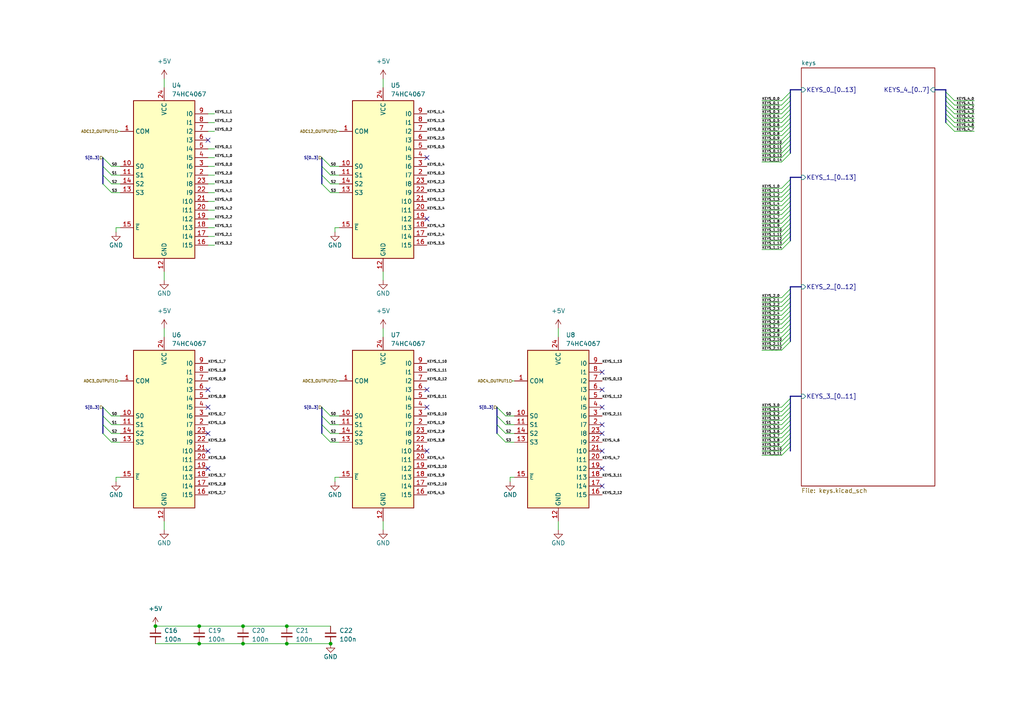
<source format=kicad_sch>
(kicad_sch
	(version 20231120)
	(generator "eeschema")
	(generator_version "8.0")
	(uuid "bc7ec457-5078-4471-b831-249e3df70555")
	(paper "A4")
	(lib_symbols
		(symbol "74xx:CD74HC4067M"
			(exclude_from_sim no)
			(in_bom yes)
			(on_board yes)
			(property "Reference" "U"
				(at -8.89 22.86 0)
				(effects
					(font
						(size 1.27 1.27)
					)
					(justify left)
				)
			)
			(property "Value" "CD74HC4067M"
				(at 1.27 22.86 0)
				(effects
					(font
						(size 1.27 1.27)
					)
					(justify left)
				)
			)
			(property "Footprint" "Package_SO:SOIC-24W_7.5x15.4mm_P1.27mm"
				(at 22.86 -25.4 0)
				(effects
					(font
						(size 1.27 1.27)
						(italic yes)
					)
					(hide yes)
				)
			)
			(property "Datasheet" "http://www.ti.com/lit/ds/symlink/cd74hc4067.pdf"
				(at -8.89 21.59 0)
				(effects
					(font
						(size 1.27 1.27)
					)
					(hide yes)
				)
			)
			(property "Description" "High-Speed CMOS Logic 16-Channel Analog Multiplexer/Demultiplexer, SOIC-24"
				(at 0 0 0)
				(effects
					(font
						(size 1.27 1.27)
					)
					(hide yes)
				)
			)
			(property "ki_keywords" "multiplexer demultiplexer mux demux"
				(at 0 0 0)
				(effects
					(font
						(size 1.27 1.27)
					)
					(hide yes)
				)
			)
			(property "ki_fp_filters" "SOIC*W*7.5x15.4mm*P1.27mm*"
				(at 0 0 0)
				(effects
					(font
						(size 1.27 1.27)
					)
					(hide yes)
				)
			)
			(symbol "CD74HC4067M_0_1"
				(rectangle
					(start -8.89 21.59)
					(end 8.89 -24.13)
					(stroke
						(width 0.254)
						(type default)
					)
					(fill
						(type background)
					)
				)
			)
			(symbol "CD74HC4067M_1_1"
				(pin passive line
					(at -12.7 12.7 0)
					(length 3.81)
					(name "COM"
						(effects
							(font
								(size 1.27 1.27)
							)
						)
					)
					(number "1"
						(effects
							(font
								(size 1.27 1.27)
							)
						)
					)
				)
				(pin input line
					(at -12.7 2.54 0)
					(length 3.81)
					(name "S0"
						(effects
							(font
								(size 1.27 1.27)
							)
						)
					)
					(number "10"
						(effects
							(font
								(size 1.27 1.27)
							)
						)
					)
				)
				(pin input line
					(at -12.7 0 0)
					(length 3.81)
					(name "S1"
						(effects
							(font
								(size 1.27 1.27)
							)
						)
					)
					(number "11"
						(effects
							(font
								(size 1.27 1.27)
							)
						)
					)
				)
				(pin power_in line
					(at 0 -27.94 90)
					(length 3.81)
					(name "GND"
						(effects
							(font
								(size 1.27 1.27)
							)
						)
					)
					(number "12"
						(effects
							(font
								(size 1.27 1.27)
							)
						)
					)
				)
				(pin input line
					(at -12.7 -5.08 0)
					(length 3.81)
					(name "S3"
						(effects
							(font
								(size 1.27 1.27)
							)
						)
					)
					(number "13"
						(effects
							(font
								(size 1.27 1.27)
							)
						)
					)
				)
				(pin input line
					(at -12.7 -2.54 0)
					(length 3.81)
					(name "S2"
						(effects
							(font
								(size 1.27 1.27)
							)
						)
					)
					(number "14"
						(effects
							(font
								(size 1.27 1.27)
							)
						)
					)
				)
				(pin input line
					(at -12.7 -15.24 0)
					(length 3.81)
					(name "~{E}"
						(effects
							(font
								(size 1.27 1.27)
							)
						)
					)
					(number "15"
						(effects
							(font
								(size 1.27 1.27)
							)
						)
					)
				)
				(pin passive line
					(at 12.7 -20.32 180)
					(length 3.81)
					(name "I15"
						(effects
							(font
								(size 1.27 1.27)
							)
						)
					)
					(number "16"
						(effects
							(font
								(size 1.27 1.27)
							)
						)
					)
				)
				(pin passive line
					(at 12.7 -17.78 180)
					(length 3.81)
					(name "I14"
						(effects
							(font
								(size 1.27 1.27)
							)
						)
					)
					(number "17"
						(effects
							(font
								(size 1.27 1.27)
							)
						)
					)
				)
				(pin passive line
					(at 12.7 -15.24 180)
					(length 3.81)
					(name "I13"
						(effects
							(font
								(size 1.27 1.27)
							)
						)
					)
					(number "18"
						(effects
							(font
								(size 1.27 1.27)
							)
						)
					)
				)
				(pin passive line
					(at 12.7 -12.7 180)
					(length 3.81)
					(name "I12"
						(effects
							(font
								(size 1.27 1.27)
							)
						)
					)
					(number "19"
						(effects
							(font
								(size 1.27 1.27)
							)
						)
					)
				)
				(pin passive line
					(at 12.7 0 180)
					(length 3.81)
					(name "I7"
						(effects
							(font
								(size 1.27 1.27)
							)
						)
					)
					(number "2"
						(effects
							(font
								(size 1.27 1.27)
							)
						)
					)
				)
				(pin passive line
					(at 12.7 -10.16 180)
					(length 3.81)
					(name "I11"
						(effects
							(font
								(size 1.27 1.27)
							)
						)
					)
					(number "20"
						(effects
							(font
								(size 1.27 1.27)
							)
						)
					)
				)
				(pin passive line
					(at 12.7 -7.62 180)
					(length 3.81)
					(name "I10"
						(effects
							(font
								(size 1.27 1.27)
							)
						)
					)
					(number "21"
						(effects
							(font
								(size 1.27 1.27)
							)
						)
					)
				)
				(pin passive line
					(at 12.7 -5.08 180)
					(length 3.81)
					(name "I9"
						(effects
							(font
								(size 1.27 1.27)
							)
						)
					)
					(number "22"
						(effects
							(font
								(size 1.27 1.27)
							)
						)
					)
				)
				(pin passive line
					(at 12.7 -2.54 180)
					(length 3.81)
					(name "I8"
						(effects
							(font
								(size 1.27 1.27)
							)
						)
					)
					(number "23"
						(effects
							(font
								(size 1.27 1.27)
							)
						)
					)
				)
				(pin power_in line
					(at 0 25.4 270)
					(length 3.81)
					(name "VCC"
						(effects
							(font
								(size 1.27 1.27)
							)
						)
					)
					(number "24"
						(effects
							(font
								(size 1.27 1.27)
							)
						)
					)
				)
				(pin passive line
					(at 12.7 2.54 180)
					(length 3.81)
					(name "I6"
						(effects
							(font
								(size 1.27 1.27)
							)
						)
					)
					(number "3"
						(effects
							(font
								(size 1.27 1.27)
							)
						)
					)
				)
				(pin passive line
					(at 12.7 5.08 180)
					(length 3.81)
					(name "I5"
						(effects
							(font
								(size 1.27 1.27)
							)
						)
					)
					(number "4"
						(effects
							(font
								(size 1.27 1.27)
							)
						)
					)
				)
				(pin passive line
					(at 12.7 7.62 180)
					(length 3.81)
					(name "I4"
						(effects
							(font
								(size 1.27 1.27)
							)
						)
					)
					(number "5"
						(effects
							(font
								(size 1.27 1.27)
							)
						)
					)
				)
				(pin passive line
					(at 12.7 10.16 180)
					(length 3.81)
					(name "I3"
						(effects
							(font
								(size 1.27 1.27)
							)
						)
					)
					(number "6"
						(effects
							(font
								(size 1.27 1.27)
							)
						)
					)
				)
				(pin passive line
					(at 12.7 12.7 180)
					(length 3.81)
					(name "I2"
						(effects
							(font
								(size 1.27 1.27)
							)
						)
					)
					(number "7"
						(effects
							(font
								(size 1.27 1.27)
							)
						)
					)
				)
				(pin passive line
					(at 12.7 15.24 180)
					(length 3.81)
					(name "I1"
						(effects
							(font
								(size 1.27 1.27)
							)
						)
					)
					(number "8"
						(effects
							(font
								(size 1.27 1.27)
							)
						)
					)
				)
				(pin passive line
					(at 12.7 17.78 180)
					(length 3.81)
					(name "I0"
						(effects
							(font
								(size 1.27 1.27)
							)
						)
					)
					(number "9"
						(effects
							(font
								(size 1.27 1.27)
							)
						)
					)
				)
			)
		)
		(symbol "Device:C_Small"
			(pin_numbers hide)
			(pin_names
				(offset 0.254) hide)
			(exclude_from_sim no)
			(in_bom yes)
			(on_board yes)
			(property "Reference" "C"
				(at 0.254 1.778 0)
				(effects
					(font
						(size 1.27 1.27)
					)
					(justify left)
				)
			)
			(property "Value" "C_Small"
				(at 0.254 -2.032 0)
				(effects
					(font
						(size 1.27 1.27)
					)
					(justify left)
				)
			)
			(property "Footprint" ""
				(at 0 0 0)
				(effects
					(font
						(size 1.27 1.27)
					)
					(hide yes)
				)
			)
			(property "Datasheet" "~"
				(at 0 0 0)
				(effects
					(font
						(size 1.27 1.27)
					)
					(hide yes)
				)
			)
			(property "Description" "Unpolarized capacitor, small symbol"
				(at 0 0 0)
				(effects
					(font
						(size 1.27 1.27)
					)
					(hide yes)
				)
			)
			(property "ki_keywords" "capacitor cap"
				(at 0 0 0)
				(effects
					(font
						(size 1.27 1.27)
					)
					(hide yes)
				)
			)
			(property "ki_fp_filters" "C_*"
				(at 0 0 0)
				(effects
					(font
						(size 1.27 1.27)
					)
					(hide yes)
				)
			)
			(symbol "C_Small_0_1"
				(polyline
					(pts
						(xy -1.524 -0.508) (xy 1.524 -0.508)
					)
					(stroke
						(width 0.3302)
						(type default)
					)
					(fill
						(type none)
					)
				)
				(polyline
					(pts
						(xy -1.524 0.508) (xy 1.524 0.508)
					)
					(stroke
						(width 0.3048)
						(type default)
					)
					(fill
						(type none)
					)
				)
			)
			(symbol "C_Small_1_1"
				(pin passive line
					(at 0 2.54 270)
					(length 2.032)
					(name "~"
						(effects
							(font
								(size 1.27 1.27)
							)
						)
					)
					(number "1"
						(effects
							(font
								(size 1.27 1.27)
							)
						)
					)
				)
				(pin passive line
					(at 0 -2.54 90)
					(length 2.032)
					(name "~"
						(effects
							(font
								(size 1.27 1.27)
							)
						)
					)
					(number "2"
						(effects
							(font
								(size 1.27 1.27)
							)
						)
					)
				)
			)
		)
		(symbol "power:+5V"
			(power)
			(pin_names
				(offset 0)
			)
			(exclude_from_sim no)
			(in_bom yes)
			(on_board yes)
			(property "Reference" "#PWR"
				(at 0 -3.81 0)
				(effects
					(font
						(size 1.27 1.27)
					)
					(hide yes)
				)
			)
			(property "Value" "+5V"
				(at 0 3.556 0)
				(effects
					(font
						(size 1.27 1.27)
					)
				)
			)
			(property "Footprint" ""
				(at 0 0 0)
				(effects
					(font
						(size 1.27 1.27)
					)
					(hide yes)
				)
			)
			(property "Datasheet" ""
				(at 0 0 0)
				(effects
					(font
						(size 1.27 1.27)
					)
					(hide yes)
				)
			)
			(property "Description" "Power symbol creates a global label with name \"+5V\""
				(at 0 0 0)
				(effects
					(font
						(size 1.27 1.27)
					)
					(hide yes)
				)
			)
			(property "ki_keywords" "global power"
				(at 0 0 0)
				(effects
					(font
						(size 1.27 1.27)
					)
					(hide yes)
				)
			)
			(symbol "+5V_0_1"
				(polyline
					(pts
						(xy -0.762 1.27) (xy 0 2.54)
					)
					(stroke
						(width 0)
						(type default)
					)
					(fill
						(type none)
					)
				)
				(polyline
					(pts
						(xy 0 0) (xy 0 2.54)
					)
					(stroke
						(width 0)
						(type default)
					)
					(fill
						(type none)
					)
				)
				(polyline
					(pts
						(xy 0 2.54) (xy 0.762 1.27)
					)
					(stroke
						(width 0)
						(type default)
					)
					(fill
						(type none)
					)
				)
			)
			(symbol "+5V_1_1"
				(pin power_in line
					(at 0 0 90)
					(length 0) hide
					(name "+5V"
						(effects
							(font
								(size 1.27 1.27)
							)
						)
					)
					(number "1"
						(effects
							(font
								(size 1.27 1.27)
							)
						)
					)
				)
			)
		)
		(symbol "power:GND"
			(power)
			(pin_names
				(offset 0)
			)
			(exclude_from_sim no)
			(in_bom yes)
			(on_board yes)
			(property "Reference" "#PWR"
				(at 0 -6.35 0)
				(effects
					(font
						(size 1.27 1.27)
					)
					(hide yes)
				)
			)
			(property "Value" "GND"
				(at 0 -3.81 0)
				(effects
					(font
						(size 1.27 1.27)
					)
				)
			)
			(property "Footprint" ""
				(at 0 0 0)
				(effects
					(font
						(size 1.27 1.27)
					)
					(hide yes)
				)
			)
			(property "Datasheet" ""
				(at 0 0 0)
				(effects
					(font
						(size 1.27 1.27)
					)
					(hide yes)
				)
			)
			(property "Description" "Power symbol creates a global label with name \"GND\" , ground"
				(at 0 0 0)
				(effects
					(font
						(size 1.27 1.27)
					)
					(hide yes)
				)
			)
			(property "ki_keywords" "global power"
				(at 0 0 0)
				(effects
					(font
						(size 1.27 1.27)
					)
					(hide yes)
				)
			)
			(symbol "GND_0_1"
				(polyline
					(pts
						(xy 0 0) (xy 0 -1.27) (xy 1.27 -1.27) (xy 0 -2.54) (xy -1.27 -1.27) (xy 0 -1.27)
					)
					(stroke
						(width 0)
						(type default)
					)
					(fill
						(type none)
					)
				)
			)
			(symbol "GND_1_1"
				(pin power_in line
					(at 0 0 270)
					(length 0) hide
					(name "GND"
						(effects
							(font
								(size 1.27 1.27)
							)
						)
					)
					(number "1"
						(effects
							(font
								(size 1.27 1.27)
							)
						)
					)
				)
			)
		)
	)
	(junction
		(at 45.085 181.61)
		(diameter 0)
		(color 0 0 0 0)
		(uuid "1e0d89da-a029-49d2-9689-bf7bf1e8c33c")
	)
	(junction
		(at 95.885 186.69)
		(diameter 0)
		(color 0 0 0 0)
		(uuid "1f098372-8c41-4d7b-8424-81df1eaa65be")
	)
	(junction
		(at 57.785 181.61)
		(diameter 0)
		(color 0 0 0 0)
		(uuid "23c096fa-756a-491d-9b72-85a89e3d8ac6")
	)
	(junction
		(at 57.785 186.69)
		(diameter 0)
		(color 0 0 0 0)
		(uuid "2782af25-ceec-4410-bcbc-9cf720fa92ee")
	)
	(junction
		(at 83.185 186.69)
		(diameter 0)
		(color 0 0 0 0)
		(uuid "4bd60262-3fe3-49f0-8f58-6b8ab494a593")
	)
	(junction
		(at 83.185 181.61)
		(diameter 0)
		(color 0 0 0 0)
		(uuid "6af35197-a313-45c9-ad09-820d5c90ce7b")
	)
	(junction
		(at 70.485 186.69)
		(diameter 0)
		(color 0 0 0 0)
		(uuid "c29d701c-02d4-4e3f-91e8-46b3a97739bf")
	)
	(junction
		(at 70.485 181.61)
		(diameter 0)
		(color 0 0 0 0)
		(uuid "db9a1895-e223-4aeb-ad62-737611aadfe1")
	)
	(no_connect
		(at 60.325 118.11)
		(uuid "0bd115b4-98e1-47e1-a5dd-3a517a84d9ea")
	)
	(no_connect
		(at 174.625 118.11)
		(uuid "2de731d4-0220-4024-8ac3-3805c6778e4c")
	)
	(no_connect
		(at 123.825 130.81)
		(uuid "326f2cc3-1a45-4a44-9f6a-50bb3eeba44e")
	)
	(no_connect
		(at 174.625 107.95)
		(uuid "4fc07e99-dde1-4d26-978f-66331d83e584")
	)
	(no_connect
		(at 174.625 125.73)
		(uuid "58afcb4e-2372-4d42-b7f9-3b43a3fe90a1")
	)
	(no_connect
		(at 60.325 113.03)
		(uuid "7aafed57-3ef0-4fd4-8b79-bc6ababd57c0")
	)
	(no_connect
		(at 60.325 135.89)
		(uuid "880ef7ec-fd66-418d-a9f6-f220bf799485")
	)
	(no_connect
		(at 123.825 113.03)
		(uuid "8885474a-c3fa-4436-860c-7825af7415ec")
	)
	(no_connect
		(at 123.825 63.5)
		(uuid "9430e7b7-6954-42f6-bb1d-a51131582b0f")
	)
	(no_connect
		(at 174.625 140.97)
		(uuid "9886e603-08a7-499d-a674-23bc56ec1a5b")
	)
	(no_connect
		(at 174.625 123.19)
		(uuid "a921c879-3aa6-4108-aab3-cdb7b2d18435")
	)
	(no_connect
		(at 60.325 125.73)
		(uuid "aada69e2-8d9c-4396-96da-6f547f082abc")
	)
	(no_connect
		(at 123.825 118.11)
		(uuid "b6444b44-6334-4389-b9df-dec2f0f3b360")
	)
	(no_connect
		(at 60.325 40.64)
		(uuid "bfc012b0-a440-4c6e-80be-e421ece6ea9d")
	)
	(no_connect
		(at 123.825 45.72)
		(uuid "caede5ed-d8dd-40e7-afdd-c1034c889091")
	)
	(no_connect
		(at 60.325 130.81)
		(uuid "d8edd10f-9910-41df-b02d-9393508b1a7c")
	)
	(no_connect
		(at 174.625 113.03)
		(uuid "e21dbea7-7ec3-4a72-aa7a-fb90a66abb4a")
	)
	(no_connect
		(at 174.625 135.89)
		(uuid "f164a009-eda6-4a58-8912-acb9f5e5291c")
	)
	(no_connect
		(at 174.625 130.81)
		(uuid "f5e3ae67-538c-4e51-9c3f-527641a9a3b2")
	)
	(bus_entry
		(at 229.235 39.37)
		(size -2.54 2.54)
		(stroke
			(width 0)
			(type default)
		)
		(uuid "0346e3ec-c3b6-49c7-a65a-8b7000760824")
	)
	(bus_entry
		(at 229.235 87.63)
		(size -2.54 2.54)
		(stroke
			(width 0)
			(type default)
		)
		(uuid "03cc10cb-f27a-451e-b15d-682c5e460915")
	)
	(bus_entry
		(at 93.345 48.26)
		(size 2.54 2.54)
		(stroke
			(width 0)
			(type default)
		)
		(uuid "047effb0-113a-4d50-8776-1071866c37f7")
	)
	(bus_entry
		(at 93.345 120.65)
		(size 2.54 2.54)
		(stroke
			(width 0)
			(type default)
		)
		(uuid "075e53a3-090b-4457-abbf-9d89262c7bbd")
	)
	(bus_entry
		(at 229.235 118.11)
		(size -2.54 2.54)
		(stroke
			(width 0)
			(type default)
		)
		(uuid "081178d7-ea53-4023-9a91-315fe4ff6da6")
	)
	(bus_entry
		(at 29.845 48.26)
		(size 2.54 2.54)
		(stroke
			(width 0)
			(type default)
		)
		(uuid "0b55389b-9296-4b63-8186-218e0291b722")
	)
	(bus_entry
		(at 229.235 35.56)
		(size -2.54 2.54)
		(stroke
			(width 0)
			(type default)
		)
		(uuid "0c0700f6-f207-455e-b937-52768c87c869")
	)
	(bus_entry
		(at 29.845 45.72)
		(size 2.54 2.54)
		(stroke
			(width 0)
			(type default)
		)
		(uuid "0c4011f3-c694-4a31-b8fc-4bfc0bbed010")
	)
	(bus_entry
		(at 229.235 44.45)
		(size -2.54 2.54)
		(stroke
			(width 0)
			(type default)
		)
		(uuid "13dd0f1f-ee53-4e0b-8680-e267fb6506c5")
	)
	(bus_entry
		(at 229.235 54.61)
		(size -2.54 2.54)
		(stroke
			(width 0)
			(type default)
		)
		(uuid "1abcb1de-5b43-42b2-b0b1-bdd65a91c12b")
	)
	(bus_entry
		(at 229.235 53.34)
		(size -2.54 2.54)
		(stroke
			(width 0)
			(type default)
		)
		(uuid "1c493ed0-2b22-47cb-82e6-8a89cec08b67")
	)
	(bus_entry
		(at 229.235 58.42)
		(size -2.54 2.54)
		(stroke
			(width 0)
			(type default)
		)
		(uuid "2002aff7-d413-4481-9852-d70b218bb6e8")
	)
	(bus_entry
		(at 229.235 57.15)
		(size -2.54 2.54)
		(stroke
			(width 0)
			(type default)
		)
		(uuid "21b96534-3072-45c2-ac72-cbbbdab26fad")
	)
	(bus_entry
		(at 229.235 36.83)
		(size -2.54 2.54)
		(stroke
			(width 0)
			(type default)
		)
		(uuid "246fb5f3-58c2-4b7e-a985-e14f468433c2")
	)
	(bus_entry
		(at 229.235 33.02)
		(size -2.54 2.54)
		(stroke
			(width 0)
			(type default)
		)
		(uuid "25b26231-4350-4093-a807-f3b379b0832f")
	)
	(bus_entry
		(at 229.235 55.88)
		(size -2.54 2.54)
		(stroke
			(width 0)
			(type default)
		)
		(uuid "2b69cf2f-76c2-48d7-8584-4a81b35a2280")
	)
	(bus_entry
		(at 229.235 31.75)
		(size -2.54 2.54)
		(stroke
			(width 0)
			(type default)
		)
		(uuid "2e3fa9e2-07b4-4a0c-aea6-00b18d66e90b")
	)
	(bus_entry
		(at 229.235 93.98)
		(size -2.54 2.54)
		(stroke
			(width 0)
			(type default)
		)
		(uuid "30aa6880-cea3-4a83-ab63-e09a512825f3")
	)
	(bus_entry
		(at 274.32 30.48)
		(size 2.54 2.54)
		(stroke
			(width 0)
			(type default)
		)
		(uuid "34224b90-1300-4678-8665-bfdeeecc0685")
	)
	(bus_entry
		(at 229.235 125.73)
		(size -2.54 2.54)
		(stroke
			(width 0)
			(type default)
		)
		(uuid "34ffc08d-6a0a-4831-8efe-cedf6fc03092")
	)
	(bus_entry
		(at 229.235 85.09)
		(size -2.54 2.54)
		(stroke
			(width 0)
			(type default)
		)
		(uuid "371f373b-fdbf-402e-af53-128b2ec0a923")
	)
	(bus_entry
		(at 229.235 90.17)
		(size -2.54 2.54)
		(stroke
			(width 0)
			(type default)
		)
		(uuid "3890d774-82b5-4040-bbbc-1b3bbd65a1e7")
	)
	(bus_entry
		(at 144.145 118.11)
		(size 2.54 2.54)
		(stroke
			(width 0)
			(type default)
		)
		(uuid "3a5f82df-d71b-4e2e-9b36-6cf2312365fa")
	)
	(bus_entry
		(at 229.235 83.82)
		(size -2.54 2.54)
		(stroke
			(width 0)
			(type default)
		)
		(uuid "3aba1993-e97c-4b73-bd2c-d3c9bb809250")
	)
	(bus_entry
		(at 229.235 120.65)
		(size -2.54 2.54)
		(stroke
			(width 0)
			(type default)
		)
		(uuid "3b7ef3f3-39d2-4690-929b-f7b42e8d9520")
	)
	(bus_entry
		(at 229.235 97.79)
		(size -2.54 2.54)
		(stroke
			(width 0)
			(type default)
		)
		(uuid "3c3b23f7-d779-41b0-ac4c-1dacd8801a1e")
	)
	(bus_entry
		(at 229.235 30.48)
		(size -2.54 2.54)
		(stroke
			(width 0)
			(type default)
		)
		(uuid "3fe449a4-1f3a-4038-ab11-5761fa788560")
	)
	(bus_entry
		(at 29.845 50.8)
		(size 2.54 2.54)
		(stroke
			(width 0)
			(type default)
		)
		(uuid "41d4a94a-5e34-497c-ac70-486eaa01e8c4")
	)
	(bus_entry
		(at 229.235 115.57)
		(size -2.54 2.54)
		(stroke
			(width 0)
			(type default)
		)
		(uuid "41e5d9e4-f319-4fa3-8bba-aace7ee65f25")
	)
	(bus_entry
		(at 144.145 120.65)
		(size 2.54 2.54)
		(stroke
			(width 0)
			(type default)
		)
		(uuid "426b8562-a3cf-488c-a72b-5bbb73752bdb")
	)
	(bus_entry
		(at 229.235 60.96)
		(size -2.54 2.54)
		(stroke
			(width 0)
			(type default)
		)
		(uuid "43a2d37a-f221-4348-8c98-d044d950af41")
	)
	(bus_entry
		(at 274.32 31.75)
		(size 2.54 2.54)
		(stroke
			(width 0)
			(type default)
		)
		(uuid "46667af9-fb92-4dcb-82b8-6888f45be2f1")
	)
	(bus_entry
		(at 229.235 66.04)
		(size -2.54 2.54)
		(stroke
			(width 0)
			(type default)
		)
		(uuid "47855ca3-01f2-4e4b-84e3-1c51608f5a36")
	)
	(bus_entry
		(at 229.235 91.44)
		(size -2.54 2.54)
		(stroke
			(width 0)
			(type default)
		)
		(uuid "4ac9a22b-fe3b-424c-8ab8-d6f675f14cc0")
	)
	(bus_entry
		(at 229.235 52.07)
		(size -2.54 2.54)
		(stroke
			(width 0)
			(type default)
		)
		(uuid "542a8a5c-2795-4119-acaf-79336fb2e23c")
	)
	(bus_entry
		(at 29.845 118.11)
		(size 2.54 2.54)
		(stroke
			(width 0)
			(type default)
		)
		(uuid "552d8966-ea2b-48ef-a48a-b4cde30405b8")
	)
	(bus_entry
		(at 229.235 67.31)
		(size -2.54 2.54)
		(stroke
			(width 0)
			(type default)
		)
		(uuid "56712f75-ad92-4c1b-bd24-756ce0bdca76")
	)
	(bus_entry
		(at 229.235 119.38)
		(size -2.54 2.54)
		(stroke
			(width 0)
			(type default)
		)
		(uuid "58014c06-9e14-4338-af8d-39f4c2142e12")
	)
	(bus_entry
		(at 274.32 29.21)
		(size 2.54 2.54)
		(stroke
			(width 0)
			(type default)
		)
		(uuid "58207569-06e2-4e5f-976f-7337e7c17bcf")
	)
	(bus_entry
		(at 29.845 53.34)
		(size 2.54 2.54)
		(stroke
			(width 0)
			(type default)
		)
		(uuid "5a8875ae-d03b-41fd-94c1-e819e490be24")
	)
	(bus_entry
		(at 229.235 26.67)
		(size -2.54 2.54)
		(stroke
			(width 0)
			(type default)
		)
		(uuid "71938c8f-75f8-4771-8ec4-b6fbe9f119f2")
	)
	(bus_entry
		(at 229.235 40.64)
		(size -2.54 2.54)
		(stroke
			(width 0)
			(type default)
		)
		(uuid "729625e5-fce8-42ac-8932-e7e27846c4c2")
	)
	(bus_entry
		(at 229.235 124.46)
		(size -2.54 2.54)
		(stroke
			(width 0)
			(type default)
		)
		(uuid "762a2aa9-4761-4b6d-81ff-cf40a42de151")
	)
	(bus_entry
		(at 229.235 128.27)
		(size -2.54 2.54)
		(stroke
			(width 0)
			(type default)
		)
		(uuid "7b1bdf49-5217-4ed5-be3c-a34102efa444")
	)
	(bus_entry
		(at 229.235 121.92)
		(size -2.54 2.54)
		(stroke
			(width 0)
			(type default)
		)
		(uuid "7b636d41-a2fb-4f2b-b1f5-000d5c915519")
	)
	(bus_entry
		(at 144.145 125.73)
		(size 2.54 2.54)
		(stroke
			(width 0)
			(type default)
		)
		(uuid "801a7a5b-c625-4624-a1f4-766605346b78")
	)
	(bus_entry
		(at 229.235 129.54)
		(size -2.54 2.54)
		(stroke
			(width 0)
			(type default)
		)
		(uuid "81191313-bb18-416c-9e9b-393f2eddb398")
	)
	(bus_entry
		(at 229.235 43.18)
		(size -2.54 2.54)
		(stroke
			(width 0)
			(type default)
		)
		(uuid "85209963-637e-4ebc-bc93-1ed379a0eb6c")
	)
	(bus_entry
		(at 229.235 88.9)
		(size -2.54 2.54)
		(stroke
			(width 0)
			(type default)
		)
		(uuid "89d2141c-5126-40ee-bb24-2b81eae9f3bb")
	)
	(bus_entry
		(at 29.845 120.65)
		(size 2.54 2.54)
		(stroke
			(width 0)
			(type default)
		)
		(uuid "8f6b892f-6f18-40bc-9e93-c7248f6f1f48")
	)
	(bus_entry
		(at 274.32 35.56)
		(size 2.54 2.54)
		(stroke
			(width 0)
			(type default)
		)
		(uuid "8fd6d672-f8e3-4084-9119-362400c070a3")
	)
	(bus_entry
		(at 229.235 69.85)
		(size -2.54 2.54)
		(stroke
			(width 0)
			(type default)
		)
		(uuid "921f0e5a-b792-4d9d-9f1d-820a6473b092")
	)
	(bus_entry
		(at 29.845 125.73)
		(size 2.54 2.54)
		(stroke
			(width 0)
			(type default)
		)
		(uuid "928b1ac3-6065-4176-9bec-98cbfa2aa1f7")
	)
	(bus_entry
		(at 229.235 92.71)
		(size -2.54 2.54)
		(stroke
			(width 0)
			(type default)
		)
		(uuid "956a768f-64b9-42df-b000-f22b36dc605a")
	)
	(bus_entry
		(at 93.345 125.73)
		(size 2.54 2.54)
		(stroke
			(width 0)
			(type default)
		)
		(uuid "9a91c605-10cd-46a0-b5e9-0172ed73c57e")
	)
	(bus_entry
		(at 93.345 45.72)
		(size 2.54 2.54)
		(stroke
			(width 0)
			(type default)
		)
		(uuid "9ca777b4-aebc-429b-88e3-ff56aec0802a")
	)
	(bus_entry
		(at 229.235 127)
		(size -2.54 2.54)
		(stroke
			(width 0)
			(type default)
		)
		(uuid "9f8fbf6b-e95c-4f2e-9dcd-a1ebb7cc753d")
	)
	(bus_entry
		(at 144.145 123.19)
		(size 2.54 2.54)
		(stroke
			(width 0)
			(type default)
		)
		(uuid "a16d7766-db28-49ef-a895-72d519e3bb8b")
	)
	(bus_entry
		(at 229.235 41.91)
		(size -2.54 2.54)
		(stroke
			(width 0)
			(type default)
		)
		(uuid "a1f3a1a4-bef5-48ab-91c3-87e60a776c67")
	)
	(bus_entry
		(at 229.235 68.58)
		(size -2.54 2.54)
		(stroke
			(width 0)
			(type default)
		)
		(uuid "a4ad11e3-7778-45a2-8ba5-1f8a4bd9ff30")
	)
	(bus_entry
		(at 229.235 29.21)
		(size -2.54 2.54)
		(stroke
			(width 0)
			(type default)
		)
		(uuid "abd81fe5-cb9b-441e-84fa-82492ac70f21")
	)
	(bus_entry
		(at 274.32 26.67)
		(size 2.54 2.54)
		(stroke
			(width 0)
			(type default)
		)
		(uuid "aedcd6d8-5750-48d8-acda-a127a7aff940")
	)
	(bus_entry
		(at 229.235 123.19)
		(size -2.54 2.54)
		(stroke
			(width 0)
			(type default)
		)
		(uuid "b01db6a9-5814-4ee8-811c-f75e917313a8")
	)
	(bus_entry
		(at 229.235 96.52)
		(size -2.54 2.54)
		(stroke
			(width 0)
			(type default)
		)
		(uuid "b5a378c9-bc13-4980-9980-2aaa7b660d6e")
	)
	(bus_entry
		(at 229.235 38.1)
		(size -2.54 2.54)
		(stroke
			(width 0)
			(type default)
		)
		(uuid "b6a6e10d-91c3-4370-bdf4-6f0548d1d759")
	)
	(bus_entry
		(at 93.345 53.34)
		(size 2.54 2.54)
		(stroke
			(width 0)
			(type default)
		)
		(uuid "c0dd8375-975e-42d7-86cb-85c6a7c34913")
	)
	(bus_entry
		(at 274.32 27.94)
		(size 2.54 2.54)
		(stroke
			(width 0)
			(type default)
		)
		(uuid "c418412d-c1e0-44b5-862b-82e39f0778a4")
	)
	(bus_entry
		(at 274.32 33.02)
		(size 2.54 2.54)
		(stroke
			(width 0)
			(type default)
		)
		(uuid "c50290dc-c523-47a9-8e17-c80c7cbcbe17")
	)
	(bus_entry
		(at 229.235 99.06)
		(size -2.54 2.54)
		(stroke
			(width 0)
			(type default)
		)
		(uuid "ce01b177-72ef-4b33-b3db-31e1ed42b256")
	)
	(bus_entry
		(at 29.845 123.19)
		(size 2.54 2.54)
		(stroke
			(width 0)
			(type default)
		)
		(uuid "cf7864db-85da-4adc-ae64-8dbd6e8af7f0")
	)
	(bus_entry
		(at 274.32 34.29)
		(size 2.54 2.54)
		(stroke
			(width 0)
			(type default)
		)
		(uuid "d919231e-8389-4f91-a226-8d7102485348")
	)
	(bus_entry
		(at 229.235 62.23)
		(size -2.54 2.54)
		(stroke
			(width 0)
			(type default)
		)
		(uuid "d9692b28-4c46-47fe-a487-be0f4fedad9a")
	)
	(bus_entry
		(at 93.345 118.11)
		(size 2.54 2.54)
		(stroke
			(width 0)
			(type default)
		)
		(uuid "da4f5717-6e82-4a9d-a8db-d7a079fe61a5")
	)
	(bus_entry
		(at 229.235 86.36)
		(size -2.54 2.54)
		(stroke
			(width 0)
			(type default)
		)
		(uuid "df762fc9-2f2b-42e0-bdfc-78bca8cd07dd")
	)
	(bus_entry
		(at 229.235 34.29)
		(size -2.54 2.54)
		(stroke
			(width 0)
			(type default)
		)
		(uuid "dfcc042f-924f-4965-af74-885707cd38d6")
	)
	(bus_entry
		(at 229.235 59.69)
		(size -2.54 2.54)
		(stroke
			(width 0)
			(type default)
		)
		(uuid "e1245583-d316-47b7-8896-717862a7076f")
	)
	(bus_entry
		(at 229.235 116.84)
		(size -2.54 2.54)
		(stroke
			(width 0)
			(type default)
		)
		(uuid "e177ec01-0b89-4649-a728-4f268a5d740d")
	)
	(bus_entry
		(at 229.235 63.5)
		(size -2.54 2.54)
		(stroke
			(width 0)
			(type default)
		)
		(uuid "e344d817-a5f7-4255-8dd3-fcc8c60b0fbf")
	)
	(bus_entry
		(at 93.345 123.19)
		(size 2.54 2.54)
		(stroke
			(width 0)
			(type default)
		)
		(uuid "e64fc8a3-3594-4fe5-9e35-a73ee25148d4")
	)
	(bus_entry
		(at 229.235 64.77)
		(size -2.54 2.54)
		(stroke
			(width 0)
			(type default)
		)
		(uuid "f0a96e5e-16c5-42d5-bbe9-f46cfc203202")
	)
	(bus_entry
		(at 229.235 95.25)
		(size -2.54 2.54)
		(stroke
			(width 0)
			(type default)
		)
		(uuid "f1db3e40-39b2-40f7-89b5-193c1c287f8c")
	)
	(bus_entry
		(at 93.345 50.8)
		(size 2.54 2.54)
		(stroke
			(width 0)
			(type default)
		)
		(uuid "f776b2bd-61e9-4be8-aece-2dbb59739629")
	)
	(bus_entry
		(at 229.235 27.94)
		(size -2.54 2.54)
		(stroke
			(width 0)
			(type default)
		)
		(uuid "f8fae3b2-c4a3-4bdb-a5c0-de83cd3cc522")
	)
	(wire
		(pts
			(xy 111.125 22.86) (xy 111.125 25.4)
		)
		(stroke
			(width 0)
			(type default)
		)
		(uuid "00110157-23b1-40cd-8ce7-6b9fa0bdc879")
	)
	(wire
		(pts
			(xy 220.98 86.36) (xy 226.695 86.36)
		)
		(stroke
			(width 0)
			(type default)
		)
		(uuid "038b53ac-6197-4e79-b4fc-e44169d4f788")
	)
	(wire
		(pts
			(xy 220.98 95.25) (xy 226.695 95.25)
		)
		(stroke
			(width 0)
			(type default)
		)
		(uuid "03c17246-d288-4103-afeb-1616dd26b89a")
	)
	(bus
		(pts
			(xy 274.32 33.02) (xy 274.32 34.29)
		)
		(stroke
			(width 0)
			(type default)
		)
		(uuid "05fc96e8-62c0-4a7f-a3c9-ff47ae91cdf8")
	)
	(bus
		(pts
			(xy 229.235 85.09) (xy 229.235 86.36)
		)
		(stroke
			(width 0)
			(type default)
		)
		(uuid "068f16ad-938d-45c7-b7f0-7fa03dd12106")
	)
	(wire
		(pts
			(xy 220.98 30.48) (xy 226.695 30.48)
		)
		(stroke
			(width 0)
			(type default)
		)
		(uuid "08b40404-ad17-4ee7-8538-b8eca0a1cecf")
	)
	(wire
		(pts
			(xy 60.325 43.18) (xy 62.23 43.18)
		)
		(stroke
			(width 0)
			(type default)
		)
		(uuid "09cee745-93fe-40b0-adf3-9f7acc8f65b4")
	)
	(wire
		(pts
			(xy 220.98 88.9) (xy 226.695 88.9)
		)
		(stroke
			(width 0)
			(type default)
		)
		(uuid "0b4e3bc8-e66c-454f-b31d-c2f11b337283")
	)
	(bus
		(pts
			(xy 229.235 96.52) (xy 229.235 97.79)
		)
		(stroke
			(width 0)
			(type default)
		)
		(uuid "0c2b5d4b-6e32-4e4d-b251-07367daef564")
	)
	(wire
		(pts
			(xy 60.325 71.12) (xy 62.23 71.12)
		)
		(stroke
			(width 0)
			(type default)
		)
		(uuid "0cf91e98-5f8e-4ee3-9c89-4456a57cfbd3")
	)
	(wire
		(pts
			(xy 276.86 33.02) (xy 282.575 33.02)
		)
		(stroke
			(width 0)
			(type default)
		)
		(uuid "0fdcd051-6876-466d-bfca-ce58d060cad6")
	)
	(wire
		(pts
			(xy 45.085 181.61) (xy 57.785 181.61)
		)
		(stroke
			(width 0)
			(type default)
		)
		(uuid "13a43c1c-1622-437c-93c5-8b6b3837078f")
	)
	(wire
		(pts
			(xy 83.185 186.69) (xy 95.885 186.69)
		)
		(stroke
			(width 0)
			(type default)
		)
		(uuid "14589494-feaa-4880-a4eb-8d975842ef35")
	)
	(bus
		(pts
			(xy 229.235 54.61) (xy 229.235 55.88)
		)
		(stroke
			(width 0)
			(type default)
		)
		(uuid "15712ded-2485-4c10-8dc5-76632e354781")
	)
	(bus
		(pts
			(xy 144.145 123.19) (xy 144.145 125.73)
		)
		(stroke
			(width 0)
			(type default)
		)
		(uuid "1599e7c5-e53d-42a3-85f6-4e6806b1755a")
	)
	(wire
		(pts
			(xy 220.98 38.1) (xy 226.695 38.1)
		)
		(stroke
			(width 0)
			(type default)
		)
		(uuid "1785c46e-315b-40f1-85e8-141b6ce1aa9a")
	)
	(bus
		(pts
			(xy 229.235 87.63) (xy 229.235 88.9)
		)
		(stroke
			(width 0)
			(type default)
		)
		(uuid "18675922-7eed-45f4-9c14-9ec123faa70e")
	)
	(bus
		(pts
			(xy 93.345 123.19) (xy 93.345 125.73)
		)
		(stroke
			(width 0)
			(type default)
		)
		(uuid "1b43f1fa-1bf7-4952-b755-6048ae5ed995")
	)
	(bus
		(pts
			(xy 229.235 125.73) (xy 229.235 127)
		)
		(stroke
			(width 0)
			(type default)
		)
		(uuid "1b592d13-c448-4543-b730-87aa5f44b1fb")
	)
	(bus
		(pts
			(xy 93.345 118.11) (xy 93.345 120.65)
		)
		(stroke
			(width 0)
			(type default)
		)
		(uuid "1b806b3a-b0c2-4afc-8df2-c9754beeac76")
	)
	(wire
		(pts
			(xy 97.79 110.49) (xy 98.425 110.49)
		)
		(stroke
			(width 0)
			(type default)
		)
		(uuid "1beb863f-f2fe-44a2-b2ba-21dbdbc6c0b6")
	)
	(bus
		(pts
			(xy 229.235 68.58) (xy 229.235 69.85)
		)
		(stroke
			(width 0)
			(type default)
		)
		(uuid "1bf342d9-1ed6-433f-9718-afc480cae8c7")
	)
	(bus
		(pts
			(xy 229.235 114.935) (xy 232.41 114.935)
		)
		(stroke
			(width 0)
			(type default)
		)
		(uuid "1d70fb73-e260-42ae-8c5f-80913a01dfbe")
	)
	(bus
		(pts
			(xy 229.235 88.9) (xy 229.235 90.17)
		)
		(stroke
			(width 0)
			(type default)
		)
		(uuid "1ee1e449-3f21-4600-b009-4d4c37ede314")
	)
	(bus
		(pts
			(xy 229.235 63.5) (xy 229.235 64.77)
		)
		(stroke
			(width 0)
			(type default)
		)
		(uuid "1f1d03e0-54b9-461a-b558-e9f353769765")
	)
	(bus
		(pts
			(xy 229.235 129.54) (xy 229.235 130.81)
		)
		(stroke
			(width 0)
			(type default)
		)
		(uuid "208692e4-51f8-41a4-b058-8542be3f32aa")
	)
	(bus
		(pts
			(xy 229.235 90.17) (xy 229.235 91.44)
		)
		(stroke
			(width 0)
			(type default)
		)
		(uuid "21128b08-9065-4635-9391-a1432c310102")
	)
	(wire
		(pts
			(xy 60.325 45.72) (xy 62.23 45.72)
		)
		(stroke
			(width 0)
			(type default)
		)
		(uuid "219cdbe0-a986-4b1c-acc4-d9637e172910")
	)
	(bus
		(pts
			(xy 229.235 86.36) (xy 229.235 87.63)
		)
		(stroke
			(width 0)
			(type default)
		)
		(uuid "23086b11-e077-465b-ada6-a87694757b4b")
	)
	(bus
		(pts
			(xy 229.235 27.94) (xy 229.235 29.21)
		)
		(stroke
			(width 0)
			(type default)
		)
		(uuid "23be3c9e-f5b4-4a9e-9c0f-407c10310528")
	)
	(wire
		(pts
			(xy 161.925 151.13) (xy 161.925 153.67)
		)
		(stroke
			(width 0)
			(type default)
		)
		(uuid "23d62efa-81a7-4c69-a0bd-4e190687c82f")
	)
	(wire
		(pts
			(xy 276.86 38.1) (xy 282.575 38.1)
		)
		(stroke
			(width 0)
			(type default)
		)
		(uuid "24414dc2-7c78-4bbc-aa67-bc3540ecd717")
	)
	(wire
		(pts
			(xy 111.125 151.13) (xy 111.125 153.67)
		)
		(stroke
			(width 0)
			(type default)
		)
		(uuid "26ba3ec3-c49d-4e89-ae37-d1b5a7f8f1b2")
	)
	(bus
		(pts
			(xy 229.235 26.67) (xy 229.235 27.94)
		)
		(stroke
			(width 0)
			(type default)
		)
		(uuid "2736046d-da56-4905-b92d-ead83eef9a53")
	)
	(wire
		(pts
			(xy 220.98 31.75) (xy 226.695 31.75)
		)
		(stroke
			(width 0)
			(type default)
		)
		(uuid "296b2f8f-3e51-4c85-aa52-247600388813")
	)
	(wire
		(pts
			(xy 57.785 186.69) (xy 70.485 186.69)
		)
		(stroke
			(width 0)
			(type default)
		)
		(uuid "29a46af5-b233-4711-9a4d-b8e9e67ded55")
	)
	(wire
		(pts
			(xy 95.885 50.8) (xy 98.425 50.8)
		)
		(stroke
			(width 0)
			(type default)
		)
		(uuid "2a283495-00cf-489c-9018-f459d51bd00d")
	)
	(wire
		(pts
			(xy 45.085 186.69) (xy 57.785 186.69)
		)
		(stroke
			(width 0)
			(type default)
		)
		(uuid "2b91e541-1aa7-4e4a-b8b1-5917db016005")
	)
	(bus
		(pts
			(xy 229.235 118.11) (xy 229.235 119.38)
		)
		(stroke
			(width 0)
			(type default)
		)
		(uuid "2bdc0bc9-aca9-4746-83b4-49711e03ba13")
	)
	(wire
		(pts
			(xy 276.86 36.83) (xy 282.575 36.83)
		)
		(stroke
			(width 0)
			(type default)
		)
		(uuid "2bdf66e2-894d-4c3d-b3b8-e8e6c7f089c7")
	)
	(bus
		(pts
			(xy 229.235 40.64) (xy 229.235 41.91)
		)
		(stroke
			(width 0)
			(type default)
		)
		(uuid "2d541d29-f395-4836-adb7-4fb1cd20cb3b")
	)
	(bus
		(pts
			(xy 229.235 53.34) (xy 229.235 54.61)
		)
		(stroke
			(width 0)
			(type default)
		)
		(uuid "2d70a8a1-833a-4504-b884-73b1220684ea")
	)
	(bus
		(pts
			(xy 229.235 64.77) (xy 229.235 66.04)
		)
		(stroke
			(width 0)
			(type default)
		)
		(uuid "2ea74b9c-ad00-476a-907d-e733d175dd52")
	)
	(bus
		(pts
			(xy 93.345 45.72) (xy 93.345 48.26)
		)
		(stroke
			(width 0)
			(type default)
		)
		(uuid "2fc96566-de82-422f-8730-cc8dcc6626d2")
	)
	(wire
		(pts
			(xy 220.98 66.04) (xy 226.695 66.04)
		)
		(stroke
			(width 0)
			(type default)
		)
		(uuid "2ffcdcb1-04d0-416a-9fdf-f53452f4f55d")
	)
	(wire
		(pts
			(xy 220.98 67.31) (xy 226.695 67.31)
		)
		(stroke
			(width 0)
			(type default)
		)
		(uuid "3062aafc-b9b3-47b6-a317-917fb1e617c9")
	)
	(bus
		(pts
			(xy 29.845 118.11) (xy 29.845 120.65)
		)
		(stroke
			(width 0)
			(type default)
		)
		(uuid "317fcb0b-ef03-493b-b730-4164cc3d2b72")
	)
	(bus
		(pts
			(xy 229.235 51.435) (xy 232.41 51.435)
		)
		(stroke
			(width 0)
			(type default)
		)
		(uuid "329dac90-b1b8-4f5d-93c0-b8b2d09fabf9")
	)
	(wire
		(pts
			(xy 220.98 125.73) (xy 226.695 125.73)
		)
		(stroke
			(width 0)
			(type default)
		)
		(uuid "344416f9-24dc-4e49-a9e4-0f87e5050e70")
	)
	(wire
		(pts
			(xy 32.385 50.8) (xy 34.925 50.8)
		)
		(stroke
			(width 0)
			(type default)
		)
		(uuid "3519bf37-13d6-41d9-9e67-a59a653e5dab")
	)
	(wire
		(pts
			(xy 220.98 91.44) (xy 226.695 91.44)
		)
		(stroke
			(width 0)
			(type default)
		)
		(uuid "355d2783-354f-4aa8-8440-cdd5491a8a1c")
	)
	(wire
		(pts
			(xy 60.325 60.96) (xy 62.23 60.96)
		)
		(stroke
			(width 0)
			(type default)
		)
		(uuid "35b20a5d-c678-407e-9a09-e8b0c56181ac")
	)
	(wire
		(pts
			(xy 220.98 101.6) (xy 226.695 101.6)
		)
		(stroke
			(width 0)
			(type default)
		)
		(uuid "37582281-3413-4fe5-88a8-62e491416a72")
	)
	(bus
		(pts
			(xy 229.235 66.04) (xy 229.235 67.31)
		)
		(stroke
			(width 0)
			(type default)
		)
		(uuid "377d60f7-e676-4898-83c4-fea7a6f3f985")
	)
	(wire
		(pts
			(xy 60.325 50.8) (xy 62.23 50.8)
		)
		(stroke
			(width 0)
			(type default)
		)
		(uuid "38033949-9f51-471b-9491-0f5af6506f7a")
	)
	(wire
		(pts
			(xy 220.98 118.11) (xy 226.695 118.11)
		)
		(stroke
			(width 0)
			(type default)
		)
		(uuid "38b4e558-5428-43c2-aafc-7fc8735db0fc")
	)
	(wire
		(pts
			(xy 70.485 186.69) (xy 83.185 186.69)
		)
		(stroke
			(width 0)
			(type default)
		)
		(uuid "394819d5-8c66-4bd8-8021-3e75be8a542a")
	)
	(bus
		(pts
			(xy 229.235 67.31) (xy 229.235 68.58)
		)
		(stroke
			(width 0)
			(type default)
		)
		(uuid "399bcfcd-986e-4848-8025-5bf137488831")
	)
	(wire
		(pts
			(xy 220.98 59.69) (xy 226.695 59.69)
		)
		(stroke
			(width 0)
			(type default)
		)
		(uuid "3a1dd706-3771-4913-b850-4d6abcc64e91")
	)
	(wire
		(pts
			(xy 60.325 38.1) (xy 62.23 38.1)
		)
		(stroke
			(width 0)
			(type default)
		)
		(uuid "3a786896-4b08-4168-bac8-c30e7cad7b85")
	)
	(wire
		(pts
			(xy 220.98 36.83) (xy 226.695 36.83)
		)
		(stroke
			(width 0)
			(type default)
		)
		(uuid "3a9092cc-fa48-452e-90a5-bc5cb1e4f0e2")
	)
	(wire
		(pts
			(xy 220.98 124.46) (xy 226.695 124.46)
		)
		(stroke
			(width 0)
			(type default)
		)
		(uuid "3baa088a-9fec-4d41-a1a7-96a3dd98d930")
	)
	(wire
		(pts
			(xy 220.98 132.08) (xy 226.695 132.08)
		)
		(stroke
			(width 0)
			(type default)
		)
		(uuid "3e1f8788-a75d-441a-8565-49fc6d23dff2")
	)
	(wire
		(pts
			(xy 220.98 58.42) (xy 226.695 58.42)
		)
		(stroke
			(width 0)
			(type default)
		)
		(uuid "3f8d9569-a576-43f7-b243-36282d46b0ca")
	)
	(bus
		(pts
			(xy 229.235 55.88) (xy 229.235 57.15)
		)
		(stroke
			(width 0)
			(type default)
		)
		(uuid "4161b32d-012d-4bea-b1b5-a1e432fbb696")
	)
	(wire
		(pts
			(xy 220.98 97.79) (xy 226.695 97.79)
		)
		(stroke
			(width 0)
			(type default)
		)
		(uuid "42a53be4-9034-4361-8279-1c93587df165")
	)
	(wire
		(pts
			(xy 220.98 45.72) (xy 226.695 45.72)
		)
		(stroke
			(width 0)
			(type default)
		)
		(uuid "43a2b84c-002d-4348-80a9-1f7575f37847")
	)
	(bus
		(pts
			(xy 29.845 120.65) (xy 29.845 123.19)
		)
		(stroke
			(width 0)
			(type default)
		)
		(uuid "43b9ec1e-9cf9-4634-b4c4-03cb4ab6312f")
	)
	(wire
		(pts
			(xy 83.185 181.61) (xy 95.885 181.61)
		)
		(stroke
			(width 0)
			(type default)
		)
		(uuid "447b3b67-939e-420d-bad8-06d1f784899b")
	)
	(wire
		(pts
			(xy 220.98 40.64) (xy 226.695 40.64)
		)
		(stroke
			(width 0)
			(type default)
		)
		(uuid "44d4a5b1-9f6c-4057-a8ff-3ea7863434f0")
	)
	(wire
		(pts
			(xy 220.98 119.38) (xy 226.695 119.38)
		)
		(stroke
			(width 0)
			(type default)
		)
		(uuid "4584b2ae-8fd1-4d77-b17e-2a5699b1ddb4")
	)
	(wire
		(pts
			(xy 47.625 95.25) (xy 47.625 97.79)
		)
		(stroke
			(width 0)
			(type default)
		)
		(uuid "46b9b111-e662-477b-8409-6c9869714a96")
	)
	(bus
		(pts
			(xy 29.845 45.72) (xy 29.845 48.26)
		)
		(stroke
			(width 0)
			(type default)
		)
		(uuid "46befbcc-448b-430f-b5e2-7d72b0ef3e0f")
	)
	(wire
		(pts
			(xy 220.98 120.65) (xy 226.695 120.65)
		)
		(stroke
			(width 0)
			(type default)
		)
		(uuid "494e82be-9532-4fd6-96ac-2995e4281156")
	)
	(wire
		(pts
			(xy 220.98 29.21) (xy 226.695 29.21)
		)
		(stroke
			(width 0)
			(type default)
		)
		(uuid "4a72c2b5-610f-4b03-81ab-fb70f98dbc70")
	)
	(wire
		(pts
			(xy 33.655 67.31) (xy 33.655 66.04)
		)
		(stroke
			(width 0)
			(type default)
		)
		(uuid "4f645cb1-5308-4ae6-b38c-ea60d9a65a4f")
	)
	(wire
		(pts
			(xy 220.98 71.12) (xy 226.695 71.12)
		)
		(stroke
			(width 0)
			(type default)
		)
		(uuid "502b2259-e68a-4106-aab6-2065a83607b6")
	)
	(wire
		(pts
			(xy 47.625 22.86) (xy 47.625 25.4)
		)
		(stroke
			(width 0)
			(type default)
		)
		(uuid "50cd6760-691e-43eb-8be8-29a5be400a47")
	)
	(wire
		(pts
			(xy 220.98 129.54) (xy 226.695 129.54)
		)
		(stroke
			(width 0)
			(type default)
		)
		(uuid "51977b3c-ad9b-4606-80af-821c3895db63")
	)
	(wire
		(pts
			(xy 47.625 151.13) (xy 47.625 153.67)
		)
		(stroke
			(width 0)
			(type default)
		)
		(uuid "5336b031-8c4b-4137-a42e-d471c4b6f527")
	)
	(wire
		(pts
			(xy 32.385 120.65) (xy 34.925 120.65)
		)
		(stroke
			(width 0)
			(type default)
		)
		(uuid "53d8a26d-a1ed-4efa-9109-51a3f95ee38c")
	)
	(wire
		(pts
			(xy 220.98 90.17) (xy 226.695 90.17)
		)
		(stroke
			(width 0)
			(type default)
		)
		(uuid "541f605b-9733-4942-92e2-86a28b51de47")
	)
	(wire
		(pts
			(xy 60.325 53.34) (xy 62.23 53.34)
		)
		(stroke
			(width 0)
			(type default)
		)
		(uuid "546a0703-96ae-4ff6-bbbf-da067feba98b")
	)
	(wire
		(pts
			(xy 147.955 138.43) (xy 147.955 139.7)
		)
		(stroke
			(width 0)
			(type default)
		)
		(uuid "55567618-d433-473c-a5d1-eb648fcaa90e")
	)
	(bus
		(pts
			(xy 29.845 123.19) (xy 29.845 125.73)
		)
		(stroke
			(width 0)
			(type default)
		)
		(uuid "55581a26-8c9d-4bc1-8583-6ac7ff3d4742")
	)
	(bus
		(pts
			(xy 229.235 114.935) (xy 229.235 115.57)
		)
		(stroke
			(width 0)
			(type default)
		)
		(uuid "55ac2c80-4b0a-4819-8d6b-635e6a573a36")
	)
	(bus
		(pts
			(xy 271.145 26.035) (xy 274.32 26.035)
		)
		(stroke
			(width 0)
			(type default)
		)
		(uuid "56448641-a534-44ab-bea4-b3cd9a065347")
	)
	(wire
		(pts
			(xy 220.98 130.81) (xy 226.695 130.81)
		)
		(stroke
			(width 0)
			(type default)
		)
		(uuid "5831f6a5-dabc-43b6-9333-52c9e28bbfd9")
	)
	(wire
		(pts
			(xy 146.685 125.73) (xy 149.225 125.73)
		)
		(stroke
			(width 0)
			(type default)
		)
		(uuid "5ecee882-a262-45d3-b26d-721203bc5f2f")
	)
	(wire
		(pts
			(xy 146.685 128.27) (xy 149.225 128.27)
		)
		(stroke
			(width 0)
			(type default)
		)
		(uuid "61d0ae76-e847-4df5-ad10-73e078ac77b7")
	)
	(wire
		(pts
			(xy 161.925 95.25) (xy 161.925 97.79)
		)
		(stroke
			(width 0)
			(type default)
		)
		(uuid "622e39f6-e0f6-42f1-af20-5a78d42e23e9")
	)
	(wire
		(pts
			(xy 32.385 125.73) (xy 34.925 125.73)
		)
		(stroke
			(width 0)
			(type default)
		)
		(uuid "6303fd71-a399-4cb2-aeff-279d64c9c862")
	)
	(wire
		(pts
			(xy 220.98 69.85) (xy 226.695 69.85)
		)
		(stroke
			(width 0)
			(type default)
		)
		(uuid "643e8e95-4c89-4145-9900-c6c6de05043a")
	)
	(wire
		(pts
			(xy 148.59 110.49) (xy 149.225 110.49)
		)
		(stroke
			(width 0)
			(type default)
		)
		(uuid "663e0d62-ba9d-4d21-ad1a-230857650e42")
	)
	(wire
		(pts
			(xy 47.625 78.74) (xy 47.625 81.28)
		)
		(stroke
			(width 0)
			(type default)
		)
		(uuid "66a1a264-9af4-4aab-b059-771f1954e7db")
	)
	(wire
		(pts
			(xy 111.125 78.74) (xy 111.125 81.28)
		)
		(stroke
			(width 0)
			(type default)
		)
		(uuid "6711db70-b493-4196-8f43-1b262d899858")
	)
	(wire
		(pts
			(xy 220.98 33.02) (xy 226.695 33.02)
		)
		(stroke
			(width 0)
			(type default)
		)
		(uuid "682ef744-7d09-449f-8bfd-440d5698449a")
	)
	(bus
		(pts
			(xy 229.235 127) (xy 229.235 128.27)
		)
		(stroke
			(width 0)
			(type default)
		)
		(uuid "6eed54cd-4bb5-4166-8906-118dbb2e7ac3")
	)
	(wire
		(pts
			(xy 276.86 29.21) (xy 282.575 29.21)
		)
		(stroke
			(width 0)
			(type default)
		)
		(uuid "6fcdb503-dd4d-4e04-a113-0e9a30f142d5")
	)
	(bus
		(pts
			(xy 229.235 26.035) (xy 232.41 26.035)
		)
		(stroke
			(width 0)
			(type default)
		)
		(uuid "708faa61-f663-4ac9-a071-57586e62a075")
	)
	(wire
		(pts
			(xy 95.885 128.27) (xy 98.425 128.27)
		)
		(stroke
			(width 0)
			(type default)
		)
		(uuid "73b2aef2-c33c-4cd8-9247-90e98c3d1c70")
	)
	(bus
		(pts
			(xy 229.235 62.23) (xy 229.235 63.5)
		)
		(stroke
			(width 0)
			(type default)
		)
		(uuid "75553954-1b78-46a3-80a2-7cc82b1d1505")
	)
	(bus
		(pts
			(xy 229.235 123.19) (xy 229.235 124.46)
		)
		(stroke
			(width 0)
			(type default)
		)
		(uuid "7670b3ae-7af3-4987-9bf8-b328ae6c1f4f")
	)
	(wire
		(pts
			(xy 95.885 55.88) (xy 98.425 55.88)
		)
		(stroke
			(width 0)
			(type default)
		)
		(uuid "7682c6d1-0be1-41c1-86aa-9e217752f525")
	)
	(wire
		(pts
			(xy 220.98 93.98) (xy 226.695 93.98)
		)
		(stroke
			(width 0)
			(type default)
		)
		(uuid "76b0a028-9e2e-482d-8722-a4a39e113997")
	)
	(wire
		(pts
			(xy 95.885 120.65) (xy 98.425 120.65)
		)
		(stroke
			(width 0)
			(type default)
		)
		(uuid "77fab16f-ed09-4eac-b1f0-4b78895c22c2")
	)
	(bus
		(pts
			(xy 274.32 31.75) (xy 274.32 33.02)
		)
		(stroke
			(width 0)
			(type default)
		)
		(uuid "78264823-753d-4f97-8f76-c22dd22dfd87")
	)
	(bus
		(pts
			(xy 229.235 116.84) (xy 229.235 118.11)
		)
		(stroke
			(width 0)
			(type default)
		)
		(uuid "78d5891d-d5fa-4a6c-b4af-dd1938009f2b")
	)
	(bus
		(pts
			(xy 274.32 29.21) (xy 274.32 30.48)
		)
		(stroke
			(width 0)
			(type default)
		)
		(uuid "79cf1421-6b7a-4fe9-bc9d-850b1e8b0470")
	)
	(wire
		(pts
			(xy 220.98 96.52) (xy 226.695 96.52)
		)
		(stroke
			(width 0)
			(type default)
		)
		(uuid "7c27042a-bfe4-4344-bfb3-e38c4cf124f4")
	)
	(wire
		(pts
			(xy 220.98 44.45) (xy 226.695 44.45)
		)
		(stroke
			(width 0)
			(type default)
		)
		(uuid "7c47ffd8-a3e5-45f9-af24-540000dd6090")
	)
	(wire
		(pts
			(xy 276.86 34.29) (xy 282.575 34.29)
		)
		(stroke
			(width 0)
			(type default)
		)
		(uuid "7cad0cee-7698-47a7-813e-14e421f41945")
	)
	(bus
		(pts
			(xy 229.235 119.38) (xy 229.235 120.65)
		)
		(stroke
			(width 0)
			(type default)
		)
		(uuid "7e6da41c-3952-45f5-8120-cf53c0350958")
	)
	(wire
		(pts
			(xy 60.325 33.02) (xy 62.23 33.02)
		)
		(stroke
			(width 0)
			(type default)
		)
		(uuid "7ea2a338-88b3-4953-bc4e-026ea8ae728d")
	)
	(wire
		(pts
			(xy 146.685 120.65) (xy 149.225 120.65)
		)
		(stroke
			(width 0)
			(type default)
		)
		(uuid "826546d8-e117-48ec-acfb-f7f398fcf387")
	)
	(wire
		(pts
			(xy 220.98 72.39) (xy 226.695 72.39)
		)
		(stroke
			(width 0)
			(type default)
		)
		(uuid "82c0c381-96c2-4981-b480-ef4e8d761873")
	)
	(bus
		(pts
			(xy 229.235 38.1) (xy 229.235 39.37)
		)
		(stroke
			(width 0)
			(type default)
		)
		(uuid "82e13b60-b304-437e-add4-bda4bc3f7a55")
	)
	(wire
		(pts
			(xy 220.98 60.96) (xy 226.695 60.96)
		)
		(stroke
			(width 0)
			(type default)
		)
		(uuid "82e4d1ea-6298-4929-a07d-ba164ea1ac7c")
	)
	(bus
		(pts
			(xy 229.235 43.18) (xy 229.235 44.45)
		)
		(stroke
			(width 0)
			(type default)
		)
		(uuid "835d78ab-42f1-40e4-ae4a-147c93a8f622")
	)
	(wire
		(pts
			(xy 220.98 123.19) (xy 226.695 123.19)
		)
		(stroke
			(width 0)
			(type default)
		)
		(uuid "83d1d248-ab27-413d-a4fb-94ea66c36d45")
	)
	(bus
		(pts
			(xy 229.235 93.98) (xy 229.235 95.25)
		)
		(stroke
			(width 0)
			(type default)
		)
		(uuid "84e80411-d406-4f17-b36e-391840e98409")
	)
	(wire
		(pts
			(xy 60.325 63.5) (xy 62.23 63.5)
		)
		(stroke
			(width 0)
			(type default)
		)
		(uuid "84e8b46d-f532-453c-aae5-d4478a51d03e")
	)
	(wire
		(pts
			(xy 33.655 66.04) (xy 34.925 66.04)
		)
		(stroke
			(width 0)
			(type default)
		)
		(uuid "8509d5f1-e2bf-450c-906b-e732bf5387bc")
	)
	(bus
		(pts
			(xy 229.235 91.44) (xy 229.235 92.71)
		)
		(stroke
			(width 0)
			(type default)
		)
		(uuid "8590f909-8a7f-4658-8596-c34166d5486c")
	)
	(bus
		(pts
			(xy 229.235 83.185) (xy 232.41 83.185)
		)
		(stroke
			(width 0)
			(type default)
		)
		(uuid "89255558-e44c-471e-ab7b-d738f22ac866")
	)
	(wire
		(pts
			(xy 95.885 48.26) (xy 98.425 48.26)
		)
		(stroke
			(width 0)
			(type default)
		)
		(uuid "89508cd1-596e-44af-8798-4d5f68f22a49")
	)
	(bus
		(pts
			(xy 274.32 26.67) (xy 274.32 27.94)
		)
		(stroke
			(width 0)
			(type default)
		)
		(uuid "8b7dec6d-8d80-4066-8a5d-8ce5bb774709")
	)
	(wire
		(pts
			(xy 97.155 67.31) (xy 97.155 66.04)
		)
		(stroke
			(width 0)
			(type default)
		)
		(uuid "8b91595f-1728-4790-b5de-907866086d44")
	)
	(wire
		(pts
			(xy 32.385 53.34) (xy 34.925 53.34)
		)
		(stroke
			(width 0)
			(type default)
		)
		(uuid "8c92aa38-8791-4cd7-bd5d-9f57608e26ed")
	)
	(wire
		(pts
			(xy 220.98 34.29) (xy 226.695 34.29)
		)
		(stroke
			(width 0)
			(type default)
		)
		(uuid "8e59afb6-ce3e-4073-bc37-36797a78681e")
	)
	(wire
		(pts
			(xy 220.98 63.5) (xy 226.695 63.5)
		)
		(stroke
			(width 0)
			(type default)
		)
		(uuid "8ed11262-2458-4e7c-99e7-715824468386")
	)
	(wire
		(pts
			(xy 220.98 57.15) (xy 226.695 57.15)
		)
		(stroke
			(width 0)
			(type default)
		)
		(uuid "90e462dc-c57f-4f9f-a340-93f509eb1195")
	)
	(bus
		(pts
			(xy 29.845 50.8) (xy 29.845 53.34)
		)
		(stroke
			(width 0)
			(type default)
		)
		(uuid "9106a61b-718d-4672-a9f5-748ee12a78ea")
	)
	(wire
		(pts
			(xy 32.385 128.27) (xy 34.925 128.27)
		)
		(stroke
			(width 0)
			(type default)
		)
		(uuid "92415ebd-99d2-4477-9ad9-fb489bec3bf2")
	)
	(bus
		(pts
			(xy 229.235 35.56) (xy 229.235 36.83)
		)
		(stroke
			(width 0)
			(type default)
		)
		(uuid "947f5df4-43d7-47a1-b578-305a285369da")
	)
	(wire
		(pts
			(xy 220.98 128.27) (xy 226.695 128.27)
		)
		(stroke
			(width 0)
			(type default)
		)
		(uuid "954f5608-b5ee-4d72-bcb4-cf06722dc3ad")
	)
	(wire
		(pts
			(xy 97.79 38.1) (xy 98.425 38.1)
		)
		(stroke
			(width 0)
			(type default)
		)
		(uuid "96e3a13f-9388-4344-bb24-66cd40b3484d")
	)
	(wire
		(pts
			(xy 220.98 99.06) (xy 226.695 99.06)
		)
		(stroke
			(width 0)
			(type default)
		)
		(uuid "972f84a7-bba3-44b2-9bb8-8106280d9101")
	)
	(wire
		(pts
			(xy 60.325 68.58) (xy 62.23 68.58)
		)
		(stroke
			(width 0)
			(type default)
		)
		(uuid "98b3da95-54fb-44de-98c3-e0d17b1048cb")
	)
	(wire
		(pts
			(xy 220.98 54.61) (xy 226.695 54.61)
		)
		(stroke
			(width 0)
			(type default)
		)
		(uuid "98c9bb66-9c15-493a-9ef7-6a7f5fb09498")
	)
	(bus
		(pts
			(xy 144.145 118.11) (xy 144.145 120.65)
		)
		(stroke
			(width 0)
			(type default)
		)
		(uuid "98fbe381-26c8-4e1a-a536-188ea57df501")
	)
	(wire
		(pts
			(xy 34.29 110.49) (xy 34.925 110.49)
		)
		(stroke
			(width 0)
			(type default)
		)
		(uuid "9c191eef-f089-455a-9157-7c3755afc566")
	)
	(bus
		(pts
			(xy 229.235 52.07) (xy 229.235 53.34)
		)
		(stroke
			(width 0)
			(type default)
		)
		(uuid "9fb601d2-07a3-4409-b1f2-39b962ec0c4d")
	)
	(wire
		(pts
			(xy 34.29 38.1) (xy 34.925 38.1)
		)
		(stroke
			(width 0)
			(type default)
		)
		(uuid "a048758d-7653-4538-a204-4e3be65f8854")
	)
	(bus
		(pts
			(xy 229.235 57.15) (xy 229.235 58.42)
		)
		(stroke
			(width 0)
			(type default)
		)
		(uuid "a11be918-1c91-49b2-8298-13c68f9807b7")
	)
	(wire
		(pts
			(xy 60.325 48.26) (xy 62.23 48.26)
		)
		(stroke
			(width 0)
			(type default)
		)
		(uuid "a1a8ace2-61c4-401c-b436-2a43d7713c13")
	)
	(bus
		(pts
			(xy 229.235 34.29) (xy 229.235 35.56)
		)
		(stroke
			(width 0)
			(type default)
		)
		(uuid "a241dc88-845b-4af6-9799-d7fc8ca18b23")
	)
	(bus
		(pts
			(xy 229.235 115.57) (xy 229.235 116.84)
		)
		(stroke
			(width 0)
			(type default)
		)
		(uuid "a8626bdd-9101-478b-8d0e-e44a44e6174a")
	)
	(bus
		(pts
			(xy 229.235 83.82) (xy 229.235 85.09)
		)
		(stroke
			(width 0)
			(type default)
		)
		(uuid "adb0e99c-c53b-4875-9c43-c486bd785654")
	)
	(bus
		(pts
			(xy 229.235 33.02) (xy 229.235 34.29)
		)
		(stroke
			(width 0)
			(type default)
		)
		(uuid "af20eb68-5c75-4ce3-96c1-87870adaf4ea")
	)
	(wire
		(pts
			(xy 33.655 138.43) (xy 34.925 138.43)
		)
		(stroke
			(width 0)
			(type default)
		)
		(uuid "af4698e2-127c-4ff6-a382-390eb783e3d5")
	)
	(bus
		(pts
			(xy 29.845 48.26) (xy 29.845 50.8)
		)
		(stroke
			(width 0)
			(type default)
		)
		(uuid "b00728ce-ff21-4781-9515-caa3f5d5e04b")
	)
	(wire
		(pts
			(xy 276.86 30.48) (xy 282.575 30.48)
		)
		(stroke
			(width 0)
			(type default)
		)
		(uuid "b149119e-c991-4790-85de-776681124a1b")
	)
	(bus
		(pts
			(xy 229.235 51.435) (xy 229.235 52.07)
		)
		(stroke
			(width 0)
			(type default)
		)
		(uuid "b455a9d9-2b60-4c51-b6b1-46724bb63b11")
	)
	(wire
		(pts
			(xy 220.98 121.92) (xy 226.695 121.92)
		)
		(stroke
			(width 0)
			(type default)
		)
		(uuid "b4e07a57-8727-4554-b39a-12dd2873d2c5")
	)
	(wire
		(pts
			(xy 57.785 181.61) (xy 70.485 181.61)
		)
		(stroke
			(width 0)
			(type default)
		)
		(uuid "b6e5d98c-e87c-4c31-aa5d-fc7df92db12f")
	)
	(bus
		(pts
			(xy 274.32 30.48) (xy 274.32 31.75)
		)
		(stroke
			(width 0)
			(type default)
		)
		(uuid "b8d2d8a4-7eb5-4900-89b6-9b1fbe66faa1")
	)
	(wire
		(pts
			(xy 60.325 55.88) (xy 62.23 55.88)
		)
		(stroke
			(width 0)
			(type default)
		)
		(uuid "bab3a9f5-0a60-459d-93b7-0d7b9005c6a2")
	)
	(wire
		(pts
			(xy 220.98 127) (xy 226.695 127)
		)
		(stroke
			(width 0)
			(type default)
		)
		(uuid "bd82f32c-f7d5-4578-a931-fe5de85a4440")
	)
	(bus
		(pts
			(xy 229.235 60.96) (xy 229.235 62.23)
		)
		(stroke
			(width 0)
			(type default)
		)
		(uuid "c20c4028-c01e-46fc-87da-d28ec39300ae")
	)
	(wire
		(pts
			(xy 97.155 66.04) (xy 98.425 66.04)
		)
		(stroke
			(width 0)
			(type default)
		)
		(uuid "c2b78f70-59a1-4b0b-a114-e50671951aeb")
	)
	(bus
		(pts
			(xy 229.235 58.42) (xy 229.235 59.69)
		)
		(stroke
			(width 0)
			(type default)
		)
		(uuid "c347c0ac-6463-43d0-8501-2207fe177051")
	)
	(wire
		(pts
			(xy 276.86 31.75) (xy 282.575 31.75)
		)
		(stroke
			(width 0)
			(type default)
		)
		(uuid "c37c244e-2b8f-4bf1-9937-52a9ffa76581")
	)
	(wire
		(pts
			(xy 220.98 41.91) (xy 226.695 41.91)
		)
		(stroke
			(width 0)
			(type default)
		)
		(uuid "c3f35dd5-8d16-4756-8458-76eebc0c8dec")
	)
	(bus
		(pts
			(xy 229.235 121.92) (xy 229.235 123.19)
		)
		(stroke
			(width 0)
			(type default)
		)
		(uuid "c4b239ab-eba6-4ad5-b590-23c6ff248ac7")
	)
	(bus
		(pts
			(xy 229.235 31.75) (xy 229.235 33.02)
		)
		(stroke
			(width 0)
			(type default)
		)
		(uuid "c723ea8f-4256-4d8d-896e-ac53adf661f6")
	)
	(bus
		(pts
			(xy 229.235 30.48) (xy 229.235 31.75)
		)
		(stroke
			(width 0)
			(type default)
		)
		(uuid "c7b66e7e-8cff-477d-a0c2-74e14f07e5d9")
	)
	(bus
		(pts
			(xy 144.145 120.65) (xy 144.145 123.19)
		)
		(stroke
			(width 0)
			(type default)
		)
		(uuid "c9557548-510b-46bc-8cd9-f335124d8ad8")
	)
	(wire
		(pts
			(xy 70.485 181.61) (xy 83.185 181.61)
		)
		(stroke
			(width 0)
			(type default)
		)
		(uuid "d36381a3-f10a-41bd-8792-67d2ab1cdf72")
	)
	(bus
		(pts
			(xy 229.235 41.91) (xy 229.235 43.18)
		)
		(stroke
			(width 0)
			(type default)
		)
		(uuid "d4e34cb9-68c9-47df-a645-648064f5872d")
	)
	(wire
		(pts
			(xy 220.98 39.37) (xy 226.695 39.37)
		)
		(stroke
			(width 0)
			(type default)
		)
		(uuid "d8867f94-8ed2-40dd-ae0d-9e4743db4780")
	)
	(bus
		(pts
			(xy 274.32 26.035) (xy 274.32 26.67)
		)
		(stroke
			(width 0)
			(type default)
		)
		(uuid "d8f952a3-4d3f-4751-ae29-324172178c0c")
	)
	(bus
		(pts
			(xy 229.235 29.21) (xy 229.235 30.48)
		)
		(stroke
			(width 0)
			(type default)
		)
		(uuid "da399c3f-8940-47eb-9365-5e26c6445068")
	)
	(bus
		(pts
			(xy 229.235 128.27) (xy 229.235 129.54)
		)
		(stroke
			(width 0)
			(type default)
		)
		(uuid "dc49ef06-0da4-4333-a057-a68fcfbcfdbe")
	)
	(bus
		(pts
			(xy 274.32 34.29) (xy 274.32 35.56)
		)
		(stroke
			(width 0)
			(type default)
		)
		(uuid "dfae90f1-cb67-476d-bb63-d67493ab60c1")
	)
	(wire
		(pts
			(xy 32.385 55.88) (xy 34.925 55.88)
		)
		(stroke
			(width 0)
			(type default)
		)
		(uuid "e0ac1e03-216d-4dc0-bca9-be93acf3f53a")
	)
	(wire
		(pts
			(xy 220.98 87.63) (xy 226.695 87.63)
		)
		(stroke
			(width 0)
			(type default)
		)
		(uuid "e0b58f7f-88a1-4fbc-8c47-89e6b1a7e8f2")
	)
	(wire
		(pts
			(xy 220.98 43.18) (xy 226.695 43.18)
		)
		(stroke
			(width 0)
			(type default)
		)
		(uuid "e114071b-cbbc-41b6-a209-11ce9981da65")
	)
	(wire
		(pts
			(xy 220.98 100.33) (xy 226.695 100.33)
		)
		(stroke
			(width 0)
			(type default)
		)
		(uuid "e1bea01a-3dad-4da3-b78f-ef178b6058ea")
	)
	(wire
		(pts
			(xy 60.325 35.56) (xy 62.23 35.56)
		)
		(stroke
			(width 0)
			(type default)
		)
		(uuid "e1c0481d-a584-4ced-9fb5-eac682e1deef")
	)
	(bus
		(pts
			(xy 229.235 120.65) (xy 229.235 121.92)
		)
		(stroke
			(width 0)
			(type default)
		)
		(uuid "e2f70d89-23af-4201-b02b-e09f81359972")
	)
	(bus
		(pts
			(xy 229.235 36.83) (xy 229.235 38.1)
		)
		(stroke
			(width 0)
			(type default)
		)
		(uuid "e33c0b76-491a-4388-8cbf-a291a63338f7")
	)
	(bus
		(pts
			(xy 229.235 26.035) (xy 229.235 26.67)
		)
		(stroke
			(width 0)
			(type default)
		)
		(uuid "e45190e7-d738-4c3e-972e-bc6a7ea4fb39")
	)
	(bus
		(pts
			(xy 229.235 95.25) (xy 229.235 96.52)
		)
		(stroke
			(width 0)
			(type default)
		)
		(uuid "e4baa95a-88c1-4881-b3a5-1b5dc1f46302")
	)
	(bus
		(pts
			(xy 229.235 92.71) (xy 229.235 93.98)
		)
		(stroke
			(width 0)
			(type default)
		)
		(uuid "e500a41c-a9ca-4679-9cf3-8879e9af587c")
	)
	(wire
		(pts
			(xy 32.385 123.19) (xy 34.925 123.19)
		)
		(stroke
			(width 0)
			(type default)
		)
		(uuid "e51b31be-6746-4a64-bce2-d042f02ade18")
	)
	(bus
		(pts
			(xy 274.32 27.94) (xy 274.32 29.21)
		)
		(stroke
			(width 0)
			(type default)
		)
		(uuid "e69c7db4-1c58-4289-978d-449fa0510d53")
	)
	(bus
		(pts
			(xy 93.345 120.65) (xy 93.345 123.19)
		)
		(stroke
			(width 0)
			(type default)
		)
		(uuid "e7328168-5eb1-459b-a2ff-50615df0ff2c")
	)
	(wire
		(pts
			(xy 97.155 138.43) (xy 98.425 138.43)
		)
		(stroke
			(width 0)
			(type default)
		)
		(uuid "e9543633-90ea-4d01-b4c2-2a82d5d655ff")
	)
	(wire
		(pts
			(xy 220.98 64.77) (xy 226.695 64.77)
		)
		(stroke
			(width 0)
			(type default)
		)
		(uuid "ea6e41fa-7826-4c76-ba9c-5d825b6439d6")
	)
	(wire
		(pts
			(xy 95.885 53.34) (xy 98.425 53.34)
		)
		(stroke
			(width 0)
			(type default)
		)
		(uuid "eac86793-377a-4394-b68d-14c740ab0204")
	)
	(wire
		(pts
			(xy 220.98 68.58) (xy 226.695 68.58)
		)
		(stroke
			(width 0)
			(type default)
		)
		(uuid "eae898f6-a8b6-4210-88af-f2adc3c40297")
	)
	(wire
		(pts
			(xy 149.225 138.43) (xy 147.955 138.43)
		)
		(stroke
			(width 0)
			(type default)
		)
		(uuid "eaf94310-1c30-448c-8662-a55638079dcc")
	)
	(wire
		(pts
			(xy 111.125 95.25) (xy 111.125 97.79)
		)
		(stroke
			(width 0)
			(type default)
		)
		(uuid "eb358999-868b-4042-82a9-552490f1f6cf")
	)
	(bus
		(pts
			(xy 229.235 97.79) (xy 229.235 99.06)
		)
		(stroke
			(width 0)
			(type default)
		)
		(uuid "ec4c986f-c047-47b5-9fbe-514e20c30ec9")
	)
	(bus
		(pts
			(xy 229.235 39.37) (xy 229.235 40.64)
		)
		(stroke
			(width 0)
			(type default)
		)
		(uuid "ecc2748b-3a9a-4fcf-9140-9792851680d4")
	)
	(wire
		(pts
			(xy 146.685 123.19) (xy 149.225 123.19)
		)
		(stroke
			(width 0)
			(type default)
		)
		(uuid "edad9c4f-5814-4a7c-8896-a3cab50d3964")
	)
	(wire
		(pts
			(xy 60.325 66.04) (xy 62.23 66.04)
		)
		(stroke
			(width 0)
			(type default)
		)
		(uuid "edf2a14d-8922-44a1-96ee-e30049864726")
	)
	(wire
		(pts
			(xy 276.86 35.56) (xy 282.575 35.56)
		)
		(stroke
			(width 0)
			(type default)
		)
		(uuid "ee1883e1-520b-40a5-8a24-5cc70a561e59")
	)
	(wire
		(pts
			(xy 60.325 58.42) (xy 62.23 58.42)
		)
		(stroke
			(width 0)
			(type default)
		)
		(uuid "ef000411-8002-41dc-a5a6-a9c224aa7588")
	)
	(wire
		(pts
			(xy 95.885 123.19) (xy 98.425 123.19)
		)
		(stroke
			(width 0)
			(type default)
		)
		(uuid "ef259cc1-634b-4ead-9149-ccd540328381")
	)
	(wire
		(pts
			(xy 220.98 46.99) (xy 226.695 46.99)
		)
		(stroke
			(width 0)
			(type default)
		)
		(uuid "f05ac483-8707-4ab2-aa37-ef1f484792a1")
	)
	(bus
		(pts
			(xy 93.345 50.8) (xy 93.345 53.34)
		)
		(stroke
			(width 0)
			(type default)
		)
		(uuid "f5bbf33e-7970-4995-9802-ab3142eb1a1f")
	)
	(wire
		(pts
			(xy 32.385 48.26) (xy 34.925 48.26)
		)
		(stroke
			(width 0)
			(type default)
		)
		(uuid "f60994d3-0508-4ad5-9c47-9f41c42ff444")
	)
	(wire
		(pts
			(xy 220.98 62.23) (xy 226.695 62.23)
		)
		(stroke
			(width 0)
			(type default)
		)
		(uuid "f60d4445-1b62-4db6-9404-a14b4ea21b0a")
	)
	(bus
		(pts
			(xy 229.235 59.69) (xy 229.235 60.96)
		)
		(stroke
			(width 0)
			(type default)
		)
		(uuid "f736c76b-6847-4920-94cb-0dfe1e6476a9")
	)
	(bus
		(pts
			(xy 93.345 48.26) (xy 93.345 50.8)
		)
		(stroke
			(width 0)
			(type default)
		)
		(uuid "f821cf86-7d4b-4007-a04f-fcba5059a4ca")
	)
	(wire
		(pts
			(xy 95.885 125.73) (xy 98.425 125.73)
		)
		(stroke
			(width 0)
			(type default)
		)
		(uuid "fa00468d-02bb-4d95-8680-dc69a6c949f6")
	)
	(wire
		(pts
			(xy 97.155 139.7) (xy 97.155 138.43)
		)
		(stroke
			(width 0)
			(type default)
		)
		(uuid "fac2980f-3c8b-4696-809c-cff91e0d55d6")
	)
	(wire
		(pts
			(xy 220.98 92.71) (xy 226.695 92.71)
		)
		(stroke
			(width 0)
			(type default)
		)
		(uuid "facf7218-2698-48b4-8826-1d270f34af87")
	)
	(wire
		(pts
			(xy 33.655 139.7) (xy 33.655 138.43)
		)
		(stroke
			(width 0)
			(type default)
		)
		(uuid "fafce710-bd40-440b-8b89-c50154111961")
	)
	(bus
		(pts
			(xy 229.235 124.46) (xy 229.235 125.73)
		)
		(stroke
			(width 0)
			(type default)
		)
		(uuid "fbeaa597-bb85-4d50-8a9e-5b3c90bd44dc")
	)
	(bus
		(pts
			(xy 229.235 83.185) (xy 229.235 83.82)
		)
		(stroke
			(width 0)
			(type default)
		)
		(uuid "fbfdd7f5-d249-455c-9cec-171c7ae112f2")
	)
	(wire
		(pts
			(xy 220.98 35.56) (xy 226.695 35.56)
		)
		(stroke
			(width 0)
			(type default)
		)
		(uuid "fd7229d2-2705-4558-98b1-eea3245ef9ec")
	)
	(wire
		(pts
			(xy 220.98 55.88) (xy 226.695 55.88)
		)
		(stroke
			(width 0)
			(type default)
		)
		(uuid "ff8f61fe-a3d9-4837-a847-6903b022a13d")
	)
	(label "KEYS_1_12"
		(at 220.98 69.85 0)
		(fields_autoplaced yes)
		(effects
			(font
				(size 0.7 0.7)
			)
			(justify left bottom)
		)
		(uuid "01dba2d7-e63a-44ff-834f-a5914c1ee0b2")
	)
	(label "S3"
		(at 32.385 128.27 0)
		(fields_autoplaced yes)
		(effects
			(font
				(size 0.75 0.75)
			)
			(justify left bottom)
		)
		(uuid "06f17976-84e8-4307-9105-a367cc0e4fe2")
	)
	(label "KEYS_3_10"
		(at 220.98 130.81 0)
		(fields_autoplaced yes)
		(effects
			(font
				(size 0.7 0.7)
			)
			(justify left bottom)
		)
		(uuid "09b30904-a0ec-4cc2-8d5a-eabbbabd0c99")
	)
	(label "KEYS_4_1"
		(at 62.23 55.88 0)
		(fields_autoplaced yes)
		(effects
			(font
				(size 0.7 0.7)
			)
			(justify left bottom)
		)
		(uuid "09c445ab-b8a3-440a-a71a-786bc6cba459")
	)
	(label "S3"
		(at 95.885 55.88 0)
		(fields_autoplaced yes)
		(effects
			(font
				(size 0.75 0.75)
			)
			(justify left bottom)
		)
		(uuid "0bac0a09-51fb-4886-8899-c0997830c9ba")
	)
	(label "KEYS_1_7"
		(at 220.98 63.5 0)
		(fields_autoplaced yes)
		(effects
			(font
				(size 0.7 0.7)
			)
			(justify left bottom)
		)
		(uuid "0d23a10c-3961-45ff-a0e8-a02c3bc24ce3")
	)
	(label "KEYS_0_8"
		(at 220.98 39.37 0)
		(fields_autoplaced yes)
		(effects
			(font
				(size 0.7 0.7)
			)
			(justify left bottom)
		)
		(uuid "0e149edd-07d5-48f6-b51b-bc88f141b261")
	)
	(label "KEYS_3_4"
		(at 123.825 60.96 0)
		(fields_autoplaced yes)
		(effects
			(font
				(size 0.7 0.7)
			)
			(justify left bottom)
		)
		(uuid "13ee63c7-428a-4eb8-819b-66f1ad7055eb")
	)
	(label "KEYS_0_1"
		(at 62.23 43.18 0)
		(fields_autoplaced yes)
		(effects
			(font
				(size 0.7 0.7)
			)
			(justify left bottom)
		)
		(uuid "145b5250-3da8-4166-ad66-8f2895df6722")
	)
	(label "KEYS_0_10"
		(at 123.825 120.65 0)
		(fields_autoplaced yes)
		(effects
			(font
				(size 0.7 0.7)
			)
			(justify left bottom)
		)
		(uuid "1495e0d3-2383-451e-b1f2-7f91fee572c2")
	)
	(label "KEYS_1_2"
		(at 62.23 35.56 0)
		(fields_autoplaced yes)
		(effects
			(font
				(size 0.7 0.7)
			)
			(justify left bottom)
		)
		(uuid "16eb7c4d-3c51-49e0-92e2-14bee6d97274")
	)
	(label "KEYS_2_7"
		(at 220.98 95.25 0)
		(fields_autoplaced yes)
		(effects
			(font
				(size 0.7 0.7)
			)
			(justify left bottom)
		)
		(uuid "183f7e30-8cc0-4759-a6c5-36e6e1f10d89")
	)
	(label "KEYS_0_0"
		(at 62.23 48.26 0)
		(fields_autoplaced yes)
		(effects
			(font
				(size 0.7 0.7)
			)
			(justify left bottom)
		)
		(uuid "19dacc7a-3895-4b3e-ae6c-7f751c3b2bb4")
	)
	(label "KEYS_2_12"
		(at 174.625 143.51 0)
		(fields_autoplaced yes)
		(effects
			(font
				(size 0.7 0.7)
			)
			(justify left bottom)
		)
		(uuid "1e4022b0-ff50-4df9-b162-682f1c48a145")
	)
	(label "KEYS_0_10"
		(at 220.98 41.91 0)
		(fields_autoplaced yes)
		(effects
			(font
				(size 0.7 0.7)
			)
			(justify left bottom)
		)
		(uuid "1e8f9821-e18f-4b30-b59f-32bf91ae173a")
	)
	(label "KEYS_1_11"
		(at 220.98 68.58 0)
		(fields_autoplaced yes)
		(effects
			(font
				(size 0.7 0.7)
			)
			(justify left bottom)
		)
		(uuid "2028198b-97cf-4512-9c1a-62485c766a2c")
	)
	(label "KEYS_4_3"
		(at 282.575 33.02 180)
		(fields_autoplaced yes)
		(effects
			(font
				(size 0.7 0.7)
			)
			(justify right bottom)
		)
		(uuid "23dbe4d3-4f6e-4a72-a0ee-11f2eb588f87")
	)
	(label "KEYS_1_9"
		(at 123.825 123.19 0)
		(fields_autoplaced yes)
		(effects
			(font
				(size 0.7 0.7)
			)
			(justify left bottom)
		)
		(uuid "25743661-5325-49b4-adf0-50850d502deb")
	)
	(label "KEYS_3_10"
		(at 123.825 135.89 0)
		(fields_autoplaced yes)
		(effects
			(font
				(size 0.7 0.7)
			)
			(justify left bottom)
		)
		(uuid "27d8fd42-e216-44d1-9767-e60855d4ab0b")
	)
	(label "KEYS_1_11"
		(at 123.825 107.95 0)
		(fields_autoplaced yes)
		(effects
			(font
				(size 0.7 0.7)
			)
			(justify left bottom)
		)
		(uuid "29589643-efc3-4e46-85ca-d900efe94f49")
	)
	(label "KEYS_2_11"
		(at 220.98 100.33 0)
		(fields_autoplaced yes)
		(effects
			(font
				(size 0.7 0.7)
			)
			(justify left bottom)
		)
		(uuid "2b18c4a0-b2d5-40ab-be99-6b3d64e9bce3")
	)
	(label "KEYS_0_7"
		(at 60.325 120.65 0)
		(fields_autoplaced yes)
		(effects
			(font
				(size 0.7 0.7)
			)
			(justify left bottom)
		)
		(uuid "2fd1538a-9e71-42ac-8067-de09b02a3f6d")
	)
	(label "KEYS_4_2"
		(at 282.575 31.75 180)
		(fields_autoplaced yes)
		(effects
			(font
				(size 0.7 0.7)
			)
			(justify right bottom)
		)
		(uuid "31b5ffb9-e011-4eb9-a04d-bb9023671f69")
	)
	(label "KEYS_4_4"
		(at 282.575 34.29 180)
		(fields_autoplaced yes)
		(effects
			(font
				(size 0.7 0.7)
			)
			(justify right bottom)
		)
		(uuid "33c0219f-eb63-447d-a1a4-40e11662470a")
	)
	(label "S0"
		(at 146.685 120.65 0)
		(fields_autoplaced yes)
		(effects
			(font
				(size 0.75 0.75)
			)
			(justify left bottom)
		)
		(uuid "34dbd1b9-d79d-4453-be71-6ce5c259ed2f")
	)
	(label "KEYS_0_9"
		(at 220.98 40.64 0)
		(fields_autoplaced yes)
		(effects
			(font
				(size 0.7 0.7)
			)
			(justify left bottom)
		)
		(uuid "37030321-6356-4887-97b4-395ac1a36c5a")
	)
	(label "KEYS_3_6"
		(at 60.325 133.35 0)
		(fields_autoplaced yes)
		(effects
			(font
				(size 0.7 0.7)
			)
			(justify left bottom)
		)
		(uuid "3765cdd2-1c5c-4e8d-9b02-7a384f77842c")
	)
	(label "KEYS_1_0"
		(at 220.98 54.61 0)
		(fields_autoplaced yes)
		(effects
			(font
				(size 0.7 0.7)
			)
			(justify left bottom)
		)
		(uuid "37d3fdd9-39d2-434a-84e5-5c32b5add3a8")
	)
	(label "S0"
		(at 32.385 48.26 0)
		(fields_autoplaced yes)
		(effects
			(font
				(size 0.75 0.75)
			)
			(justify left bottom)
		)
		(uuid "39a0b75b-da28-4266-9d55-fe330b09bdb3")
	)
	(label "KEYS_0_2"
		(at 220.98 31.75 0)
		(fields_autoplaced yes)
		(effects
			(font
				(size 0.7 0.7)
			)
			(justify left bottom)
		)
		(uuid "39cf992f-516c-45e4-9dcb-ebc25b5058f4")
	)
	(label "KEYS_2_2"
		(at 220.98 88.9 0)
		(fields_autoplaced yes)
		(effects
			(font
				(size 0.7 0.7)
			)
			(justify left bottom)
		)
		(uuid "3a391110-289f-4429-85e8-c1257224f60a")
	)
	(label "KEYS_1_2"
		(at 220.98 57.15 0)
		(fields_autoplaced yes)
		(effects
			(font
				(size 0.7 0.7)
			)
			(justify left bottom)
		)
		(uuid "3b2ee835-6032-4689-b970-af07d2e53f14")
	)
	(label "KEYS_0_3"
		(at 123.825 50.8 0)
		(fields_autoplaced yes)
		(effects
			(font
				(size 0.7 0.7)
			)
			(justify left bottom)
		)
		(uuid "3c95c025-75a0-4b97-b153-ce7beb014482")
	)
	(label "KEYS_4_5"
		(at 123.825 143.51 0)
		(fields_autoplaced yes)
		(effects
			(font
				(size 0.7 0.7)
			)
			(justify left bottom)
		)
		(uuid "3fd90374-dc91-4679-b99f-8ef082a52e94")
	)
	(label "KEYS_2_11"
		(at 174.625 120.65 0)
		(fields_autoplaced yes)
		(effects
			(font
				(size 0.7 0.7)
			)
			(justify left bottom)
		)
		(uuid "40e83ec5-ff72-49bf-8ef2-39a4563b8e1c")
	)
	(label "KEYS_4_0"
		(at 62.23 58.42 0)
		(fields_autoplaced yes)
		(effects
			(font
				(size 0.7 0.7)
			)
			(justify left bottom)
		)
		(uuid "43a687fb-9d5f-4d40-af96-c3bdf3017e08")
	)
	(label "KEYS_1_9"
		(at 220.98 66.04 0)
		(fields_autoplaced yes)
		(effects
			(font
				(size 0.7 0.7)
			)
			(justify left bottom)
		)
		(uuid "444884ab-8c65-4981-b0f7-c38e95940fd1")
	)
	(label "KEYS_1_10"
		(at 123.825 105.41 0)
		(fields_autoplaced yes)
		(effects
			(font
				(size 0.7 0.7)
			)
			(justify left bottom)
		)
		(uuid "44ffbf08-b46d-4568-ab23-13b1d42f87f6")
	)
	(label "KEYS_3_9"
		(at 220.98 129.54 0)
		(fields_autoplaced yes)
		(effects
			(font
				(size 0.7 0.7)
			)
			(justify left bottom)
		)
		(uuid "48dea0ab-ca25-438d-915b-b06be90d5e6c")
	)
	(label "KEYS_0_7"
		(at 220.98 38.1 0)
		(fields_autoplaced yes)
		(effects
			(font
				(size 0.7 0.7)
			)
			(justify left bottom)
		)
		(uuid "49529fbf-9bca-4cef-aa0a-b21f1fa2fccb")
	)
	(label "S0"
		(at 32.385 120.65 0)
		(fields_autoplaced yes)
		(effects
			(font
				(size 0.75 0.75)
			)
			(justify left bottom)
		)
		(uuid "4d9f6f79-d10c-4ba7-b496-b1e7b9542ec5")
	)
	(label "S2"
		(at 32.385 53.34 0)
		(fields_autoplaced yes)
		(effects
			(font
				(size 0.75 0.75)
			)
			(justify left bottom)
		)
		(uuid "4f8834a6-e886-4519-99de-62f2beb9d15c")
	)
	(label "KEYS_2_0"
		(at 62.23 50.8 0)
		(fields_autoplaced yes)
		(effects
			(font
				(size 0.7 0.7)
			)
			(justify left bottom)
		)
		(uuid "4fd88840-4937-4a24-b951-d844e7d6489d")
	)
	(label "KEYS_2_3"
		(at 123.825 53.34 0)
		(fields_autoplaced yes)
		(effects
			(font
				(size 0.7 0.7)
			)
			(justify left bottom)
		)
		(uuid "4ff893ed-ba59-411e-a107-d860e80d59ac")
	)
	(label "KEYS_2_6"
		(at 220.98 93.98 0)
		(fields_autoplaced yes)
		(effects
			(font
				(size 0.7 0.7)
			)
			(justify left bottom)
		)
		(uuid "5051dc51-636b-49b4-8a52-b64aef919101")
	)
	(label "KEYS_1_10"
		(at 220.98 67.31 0)
		(fields_autoplaced yes)
		(effects
			(font
				(size 0.7 0.7)
			)
			(justify left bottom)
		)
		(uuid "560f072a-8c78-4c34-80a3-d8669f7f62e7")
	)
	(label "KEYS_1_13"
		(at 220.98 71.12 0)
		(fields_autoplaced yes)
		(effects
			(font
				(size 0.7 0.7)
			)
			(justify left bottom)
		)
		(uuid "588672d2-4219-4bc9-8320-900a1101d65f")
	)
	(label "KEYS_0_5"
		(at 220.98 35.56 0)
		(fields_autoplaced yes)
		(effects
			(font
				(size 0.7 0.7)
			)
			(justify left bottom)
		)
		(uuid "5ad9f97b-ba2c-4db1-b541-47b6dcec957c")
	)
	(label "KEYS_4_4"
		(at 123.825 133.35 0)
		(fields_autoplaced yes)
		(effects
			(font
				(size 0.7 0.7)
			)
			(justify left bottom)
		)
		(uuid "5be5239f-b803-4144-addf-48074e41408e")
	)
	(label "KEYS_2_1"
		(at 62.23 68.58 0)
		(fields_autoplaced yes)
		(effects
			(font
				(size 0.7 0.7)
			)
			(justify left bottom)
		)
		(uuid "5fe2f8ea-bb10-45f7-b7a0-fa5681146935")
	)
	(label "KEYS_0_4"
		(at 220.98 34.29 0)
		(fields_autoplaced yes)
		(effects
			(font
				(size 0.7 0.7)
			)
			(justify left bottom)
		)
		(uuid "60aeff18-9763-4c6b-87f6-04f7ef6dcd19")
	)
	(label "KEYS_1_5"
		(at 123.825 35.56 0)
		(fields_autoplaced yes)
		(effects
			(font
				(size 0.7 0.7)
			)
			(justify left bottom)
		)
		(uuid "61f35f07-1516-450f-bd93-c5874f537258")
	)
	(label "KEYS_3_5"
		(at 123.825 71.12 0)
		(fields_autoplaced yes)
		(effects
			(font
				(size 0.7 0.7)
			)
			(justify left bottom)
		)
		(uuid "62f5915b-9c19-4446-a174-dfe6437e5a4c")
	)
	(label "KEYS_4_6"
		(at 282.575 36.83 180)
		(fields_autoplaced yes)
		(effects
			(font
				(size 0.7 0.7)
			)
			(justify right bottom)
		)
		(uuid "651e092c-2f8f-4a13-93d7-c38951f5a7e1")
	)
	(label "KEYS_4_7"
		(at 282.575 38.1 180)
		(fields_autoplaced yes)
		(effects
			(font
				(size 0.7 0.7)
			)
			(justify right bottom)
		)
		(uuid "69eb7a7b-5d4c-4e23-b46a-77aea09fa28c")
	)
	(label "KEYS_0_6"
		(at 123.825 38.1 0)
		(fields_autoplaced yes)
		(effects
			(font
				(size 0.7 0.7)
			)
			(justify left bottom)
		)
		(uuid "6bb27ee6-a996-40dc-8f33-81737a70b9e9")
	)
	(label "KEYS_2_9"
		(at 123.825 125.73 0)
		(fields_autoplaced yes)
		(effects
			(font
				(size 0.7 0.7)
			)
			(justify left bottom)
		)
		(uuid "6d8c88f3-3c3c-425c-8a9c-1abe87a086e8")
	)
	(label "KEYS_1_4"
		(at 123.825 33.02 0)
		(fields_autoplaced yes)
		(effects
			(font
				(size 0.7 0.7)
			)
			(justify left bottom)
		)
		(uuid "6f2f7c4c-56cc-486e-85a7-cbc4c1864b6f")
	)
	(label "KEYS_3_7"
		(at 60.325 138.43 0)
		(fields_autoplaced yes)
		(effects
			(font
				(size 0.7 0.7)
			)
			(justify left bottom)
		)
		(uuid "6fd275a9-800e-4c51-b030-d0247d7d600a")
	)
	(label "KEYS_2_2"
		(at 62.23 63.5 0)
		(fields_autoplaced yes)
		(effects
			(font
				(size 0.7 0.7)
			)
			(justify left bottom)
		)
		(uuid "6fee4dcc-b447-4df2-af9b-e11f97580e68")
	)
	(label "KEYS_4_0"
		(at 282.575 29.21 180)
		(fields_autoplaced yes)
		(effects
			(font
				(size 0.7 0.7)
			)
			(justify right bottom)
		)
		(uuid "700b55a1-8088-4101-b216-5217fe98abe6")
	)
	(label "KEYS_0_0"
		(at 220.98 29.21 0)
		(fields_autoplaced yes)
		(effects
			(font
				(size 0.7 0.7)
			)
			(justify left bottom)
		)
		(uuid "7154dd61-228d-456b-bb36-f985268b9951")
	)
	(label "KEYS_0_2"
		(at 62.23 38.1 0)
		(fields_autoplaced yes)
		(effects
			(font
				(size 0.7 0.7)
			)
			(justify left bottom)
		)
		(uuid "7443620a-8606-4141-946a-2f445f4eafbe")
	)
	(label "KEYS_0_14"
		(at 220.98 46.99 0)
		(fields_autoplaced yes)
		(effects
			(font
				(size 0.7 0.7)
			)
			(justify left bottom)
		)
		(uuid "75647a5d-fef4-417a-a3d9-313ea292f7d6")
	)
	(label "S3"
		(at 146.685 128.27 0)
		(fields_autoplaced yes)
		(effects
			(font
				(size 0.75 0.75)
			)
			(justify left bottom)
		)
		(uuid "7bb005c4-c5fb-4e12-bec7-086a581b4703")
	)
	(label "KEYS_1_8"
		(at 220.98 64.77 0)
		(fields_autoplaced yes)
		(effects
			(font
				(size 0.7 0.7)
			)
			(justify left bottom)
		)
		(uuid "7e699060-f97b-4771-b623-67405ae58aa2")
	)
	(label "KEYS_1_1"
		(at 62.23 33.02 0)
		(fields_autoplaced yes)
		(effects
			(font
				(size 0.7 0.7)
			)
			(justify left bottom)
		)
		(uuid "7f5359ac-9616-4e6a-99dd-d2d75c391056")
	)
	(label "KEYS_0_12"
		(at 220.98 44.45 0)
		(fields_autoplaced yes)
		(effects
			(font
				(size 0.7 0.7)
			)
			(justify left bottom)
		)
		(uuid "7fe20eb6-5157-4037-8664-5e404bf70d12")
	)
	(label "KEYS_0_5"
		(at 123.825 43.18 0)
		(fields_autoplaced yes)
		(effects
			(font
				(size 0.7 0.7)
			)
			(justify left bottom)
		)
		(uuid "8445f5d8-4156-4800-93f0-121616b49d4d")
	)
	(label "S3"
		(at 95.885 128.27 0)
		(fields_autoplaced yes)
		(effects
			(font
				(size 0.75 0.75)
			)
			(justify left bottom)
		)
		(uuid "858a018e-8a4d-4fe6-8bb8-980af4be99f8")
	)
	(label "KEYS_3_3"
		(at 123.825 55.88 0)
		(fields_autoplaced yes)
		(effects
			(font
				(size 0.7 0.7)
			)
			(justify left bottom)
		)
		(uuid "85bdb939-7c00-46a3-9679-b18c8163238c")
	)
	(label "KEYS_1_3"
		(at 220.98 58.42 0)
		(fields_autoplaced yes)
		(effects
			(font
				(size 0.7 0.7)
			)
			(justify left bottom)
		)
		(uuid "87096691-1754-4151-9ec7-83bfce0a40ef")
	)
	(label "S1"
		(at 32.385 50.8 0)
		(fields_autoplaced yes)
		(effects
			(font
				(size 0.75 0.75)
			)
			(justify left bottom)
		)
		(uuid "893ab5a3-0e76-4875-9407-cd68659028bc")
	)
	(label "KEYS_0_13"
		(at 174.625 110.49 0)
		(fields_autoplaced yes)
		(effects
			(font
				(size 0.7 0.7)
			)
			(justify left bottom)
		)
		(uuid "8e3dac8a-6b87-47ca-a5f7-1a21e3bed800")
	)
	(label "KEYS_4_2"
		(at 62.23 60.96 0)
		(fields_autoplaced yes)
		(effects
			(font
				(size 0.7 0.7)
			)
			(justify left bottom)
		)
		(uuid "90b6d7fc-adfd-489f-96c4-6b9c4f987c2a")
	)
	(label "KEYS_4_7"
		(at 174.625 133.35 0)
		(fields_autoplaced yes)
		(effects
			(font
				(size 0.7 0.7)
			)
			(justify left bottom)
		)
		(uuid "91dfe7db-5060-4000-b4db-ca53d6f56bec")
	)
	(label "KEYS_2_8"
		(at 220.98 96.52 0)
		(fields_autoplaced yes)
		(effects
			(font
				(size 0.7 0.7)
			)
			(justify left bottom)
		)
		(uuid "9407b9ef-dfcb-42ef-9cf0-095a97ddb7e8")
	)
	(label "KEYS_0_12"
		(at 123.825 110.49 0)
		(fields_autoplaced yes)
		(effects
			(font
				(size 0.7 0.7)
			)
			(justify left bottom)
		)
		(uuid "9710197e-df68-4090-882d-9b032eca4e74")
	)
	(label "KEYS_2_8"
		(at 60.325 140.97 0)
		(fields_autoplaced yes)
		(effects
			(font
				(size 0.7 0.7)
			)
			(justify left bottom)
		)
		(uuid "98790586-f77f-4cfd-93b4-fa35ed0a199e")
	)
	(label "KEYS_3_4"
		(at 220.98 123.19 0)
		(fields_autoplaced yes)
		(effects
			(font
				(size 0.7 0.7)
			)
			(justify left bottom)
		)
		(uuid "9aa2b32b-6156-494e-9b19-e4bee5192741")
	)
	(label "KEYS_3_7"
		(at 220.98 127 0)
		(fields_autoplaced yes)
		(effects
			(font
				(size 0.7 0.7)
			)
			(justify left bottom)
		)
		(uuid "9c7a3162-2707-4c2c-a088-ce9722aac403")
	)
	(label "KEYS_3_2"
		(at 220.98 120.65 0)
		(fields_autoplaced yes)
		(effects
			(font
				(size 0.7 0.7)
			)
			(justify left bottom)
		)
		(uuid "9c949746-54d1-4a1b-a389-fd9b882df264")
	)
	(label "KEYS_2_0"
		(at 220.98 86.36 0)
		(fields_autoplaced yes)
		(effects
			(font
				(size 0.7 0.7)
			)
			(justify left bottom)
		)
		(uuid "a27c600c-8abe-4a52-a11b-57ccad3c40f1")
	)
	(label "KEYS_1_14"
		(at 220.98 72.39 0)
		(fields_autoplaced yes)
		(effects
			(font
				(size 0.7 0.7)
			)
			(justify left bottom)
		)
		(uuid "a2ba7b39-3555-4ef2-b1d6-deb70f90833a")
	)
	(label "KEYS_3_0"
		(at 62.23 53.34 0)
		(fields_autoplaced yes)
		(effects
			(font
				(size 0.7 0.7)
			)
			(justify left bottom)
		)
		(uuid "a2d5adea-d49a-4d80-a500-5a10bbacc0b2")
	)
	(label "S1"
		(at 95.885 50.8 0)
		(fields_autoplaced yes)
		(effects
			(font
				(size 0.75 0.75)
			)
			(justify left bottom)
		)
		(uuid "a6f40213-c407-489b-9089-e71ee46653e0")
	)
	(label "S0"
		(at 95.885 120.65 0)
		(fields_autoplaced yes)
		(effects
			(font
				(size 0.75 0.75)
			)
			(justify left bottom)
		)
		(uuid "a754b6c8-c1fd-418a-9615-d0b635b3e6e3")
	)
	(label "KEYS_0_1"
		(at 220.98 30.48 0)
		(fields_autoplaced yes)
		(effects
			(font
				(size 0.7 0.7)
			)
			(justify left bottom)
		)
		(uuid "a76b771f-62a6-4794-8d8d-510d42bdcfd0")
	)
	(label "KEYS_2_9"
		(at 220.98 97.79 0)
		(fields_autoplaced yes)
		(effects
			(font
				(size 0.7 0.7)
			)
			(justify left bottom)
		)
		(uuid "a8f04a34-e9f3-47b6-9bfd-0729befaa302")
	)
	(label "KEYS_0_13"
		(at 220.98 45.72 0)
		(fields_autoplaced yes)
		(effects
			(font
				(size 0.7 0.7)
			)
			(justify left bottom)
		)
		(uuid "ad174e9b-afd7-4e7b-aac4-e223a51f58c7")
	)
	(label "KEYS_3_6"
		(at 220.98 125.73 0)
		(fields_autoplaced yes)
		(effects
			(font
				(size 0.7 0.7)
			)
			(justify left bottom)
		)
		(uuid "b0bf74f8-2f8f-4c73-a505-6bf708b81eee")
	)
	(label "KEYS_3_8"
		(at 123.825 128.27 0)
		(fields_autoplaced yes)
		(effects
			(font
				(size 0.7 0.7)
			)
			(justify left bottom)
		)
		(uuid "b0d0c9e3-21eb-4c0f-bf66-eb3505e69b54")
	)
	(label "KEYS_2_3"
		(at 220.98 90.17 0)
		(fields_autoplaced yes)
		(effects
			(font
				(size 0.7 0.7)
			)
			(justify left bottom)
		)
		(uuid "b15ffc34-62f6-4b08-a742-bfff1d4b1d7d")
	)
	(label "S2"
		(at 95.885 125.73 0)
		(fields_autoplaced yes)
		(effects
			(font
				(size 0.75 0.75)
			)
			(justify left bottom)
		)
		(uuid "b623f8b9-3bfc-4b66-876d-70933b256861")
	)
	(label "KEYS_1_1"
		(at 220.98 55.88 0)
		(fields_autoplaced yes)
		(effects
			(font
				(size 0.7 0.7)
			)
			(justify left bottom)
		)
		(uuid "b8f3e0c0-919f-450c-a771-f337c10e3914")
	)
	(label "KEYS_3_8"
		(at 220.98 128.27 0)
		(fields_autoplaced yes)
		(effects
			(font
				(size 0.7 0.7)
			)
			(justify left bottom)
		)
		(uuid "b9950cfd-52cd-464f-b796-699984b1312d")
	)
	(label "KEYS_1_4"
		(at 220.98 59.69 0)
		(fields_autoplaced yes)
		(effects
			(font
				(size 0.7 0.7)
			)
			(justify left bottom)
		)
		(uuid "c1b1ef81-732d-4bbf-b54d-0fc276918a95")
	)
	(label "S0"
		(at 95.885 48.26 0)
		(fields_autoplaced yes)
		(effects
			(font
				(size 0.75 0.75)
			)
			(justify left bottom)
		)
		(uuid "c30a06be-0315-4e78-ac81-7c1d048dcb2a")
	)
	(label "KEYS_3_11"
		(at 174.625 138.43 0)
		(fields_autoplaced yes)
		(effects
			(font
				(size 0.7 0.7)
			)
			(justify left bottom)
		)
		(uuid "c353f624-d64a-4287-9349-67c29e4dec8e")
	)
	(label "KEYS_2_7"
		(at 60.325 143.51 0)
		(fields_autoplaced yes)
		(effects
			(font
				(size 0.7 0.7)
			)
			(justify left bottom)
		)
		(uuid "c9a98f7c-ba68-453f-80fc-6fb11744152a")
	)
	(label "KEYS_3_2"
		(at 62.23 71.12 0)
		(fields_autoplaced yes)
		(effects
			(font
				(size 0.7 0.7)
			)
			(justify left bottom)
		)
		(uuid "c9d2ac4e-5d72-4142-8efc-870dfd6e9b8c")
	)
	(label "KEYS_0_6"
		(at 220.98 36.83 0)
		(fields_autoplaced yes)
		(effects
			(font
				(size 0.7 0.7)
			)
			(justify left bottom)
		)
		(uuid "ca8c9d91-0a0e-4a57-bc1f-059fc931392b")
	)
	(label "KEYS_1_7"
		(at 60.325 105.41 0)
		(fields_autoplaced yes)
		(effects
			(font
				(size 0.7 0.7)
			)
			(justify left bottom)
		)
		(uuid "cab4056c-f378-4f61-b928-23d0c1cc4dda")
	)
	(label "KEYS_3_9"
		(at 123.825 138.43 0)
		(fields_autoplaced yes)
		(effects
			(font
				(size 0.7 0.7)
			)
			(justify left bottom)
		)
		(uuid "cdb8f1ca-0d17-44a8-bc70-c6bd16f2c6e1")
	)
	(label "KEYS_2_4"
		(at 220.98 91.44 0)
		(fields_autoplaced yes)
		(effects
			(font
				(size 0.7 0.7)
			)
			(justify left bottom)
		)
		(uuid "cefd7947-e3c1-4a67-9bfa-b48ce3a08470")
	)
	(label "KEYS_4_1"
		(at 282.575 30.48 180)
		(fields_autoplaced yes)
		(effects
			(font
				(size 0.7 0.7)
			)
			(justify right bottom)
		)
		(uuid "cf0ac94e-4e7c-4e07-b9bf-77fcb7e4e58f")
	)
	(label "KEYS_3_0"
		(at 220.98 118.11 0)
		(fields_autoplaced yes)
		(effects
			(font
				(size 0.7 0.7)
			)
			(justify left bottom)
		)
		(uuid "cf695ea8-8d41-4e7c-ab61-8e87823e38e0")
	)
	(label "KEYS_2_12"
		(at 220.98 101.6 0)
		(fields_autoplaced yes)
		(effects
			(font
				(size 0.7 0.7)
			)
			(justify left bottom)
		)
		(uuid "cf9433a2-dae7-40a4-b73e-e08fd7e12ff1")
	)
	(label "KEYS_1_5"
		(at 220.98 60.96 0)
		(fields_autoplaced yes)
		(effects
			(font
				(size 0.7 0.7)
			)
			(justify left bottom)
		)
		(uuid "d00cd0ce-16df-4385-9fff-76a6bfa21e15")
	)
	(label "KEYS_2_6"
		(at 60.325 128.27 0)
		(fields_autoplaced yes)
		(effects
			(font
				(size 0.7 0.7)
			)
			(justify left bottom)
		)
		(uuid "d408fede-759b-4514-b692-658556f3aa40")
	)
	(label "KEYS_0_4"
		(at 123.825 48.26 0)
		(fields_autoplaced yes)
		(effects
			(font
				(size 0.7 0.7)
			)
			(justify left bottom)
		)
		(uuid "d6d347fa-9d6f-498d-9d6c-8659d339f911")
	)
	(label "KEYS_1_13"
		(at 174.625 105.41 0)
		(fields_autoplaced yes)
		(effects
			(font
				(size 0.7 0.7)
			)
			(justify left bottom)
		)
		(uuid "d6ea1c43-2cfc-49e2-ac8f-fd1297cfb621")
	)
	(label "KEYS_2_1"
		(at 220.98 87.63 0)
		(fields_autoplaced yes)
		(effects
			(font
				(size 0.7 0.7)
			)
			(justify left bottom)
		)
		(uuid "d6fa37be-3679-4863-9e8d-a923dda64a11")
	)
	(label "KEYS_3_11"
		(at 220.98 132.08 0)
		(fields_autoplaced yes)
		(effects
			(font
				(size 0.7 0.7)
			)
			(justify left bottom)
		)
		(uuid "d84bf2bb-075b-4a8a-8ca0-14b6a26089d1")
	)
	(label "KEYS_1_6"
		(at 60.325 123.19 0)
		(fields_autoplaced yes)
		(effects
			(font
				(size 0.7 0.7)
			)
			(justify left bottom)
		)
		(uuid "d87756c2-3d08-44d7-8c1e-f934839c18d8")
	)
	(label "KEYS_3_1"
		(at 62.23 66.04 0)
		(fields_autoplaced yes)
		(effects
			(font
				(size 0.7 0.7)
			)
			(justify left bottom)
		)
		(uuid "d95b3727-daf2-4e03-88e6-d2e95b33d503")
	)
	(label "KEYS_0_8"
		(at 60.325 115.57 0)
		(fields_autoplaced yes)
		(effects
			(font
				(size 0.7 0.7)
			)
			(justify left bottom)
		)
		(uuid "dd688fe4-86e3-4594-a595-27726ccccb36")
	)
	(label "S1"
		(at 32.385 123.19 0)
		(fields_autoplaced yes)
		(effects
			(font
				(size 0.75 0.75)
			)
			(justify left bottom)
		)
		(uuid "deb22637-2252-4444-a6c6-d0bdee9f9d50")
	)
	(label "KEYS_4_6"
		(at 174.625 128.27 0)
		(fields_autoplaced yes)
		(effects
			(font
				(size 0.7 0.7)
			)
			(justify left bottom)
		)
		(uuid "e1ada334-51a6-4bc0-9d6c-499dd3ee4b1e")
	)
	(label "KEYS_1_8"
		(at 60.325 107.95 0)
		(fields_autoplaced yes)
		(effects
			(font
				(size 0.7 0.7)
			)
			(justify left bottom)
		)
		(uuid "e25e0605-743b-47a9-8917-a7146ae553bb")
	)
	(label "KEYS_1_3"
		(at 123.825 58.42 0)
		(fields_autoplaced yes)
		(effects
			(font
				(size 0.7 0.7)
			)
			(justify left bottom)
		)
		(uuid "e30edd1f-c572-431f-a7dd-938da4ecf8c5")
	)
	(label "KEYS_2_5"
		(at 220.98 92.71 0)
		(fields_autoplaced yes)
		(effects
			(font
				(size 0.7 0.7)
			)
			(justify left bottom)
		)
		(uuid "e3678175-2849-48a5-96d5-b76af1af97e9")
	)
	(label "KEYS_1_12"
		(at 174.625 115.57 0)
		(fields_autoplaced yes)
		(effects
			(font
				(size 0.7 0.7)
			)
			(justify left bottom)
		)
		(uuid "e4170ae6-5be2-4a62-93cc-4251c614b5b1")
	)
	(label "KEYS_2_10"
		(at 220.98 99.06 0)
		(fields_autoplaced yes)
		(effects
			(font
				(size 0.7 0.7)
			)
			(justify left bottom)
		)
		(uuid "e4daedc9-362c-451c-9628-0c8bc5dcd93e")
	)
	(label "KEYS_3_3"
		(at 220.98 121.92 0)
		(fields_autoplaced yes)
		(effects
			(font
				(size 0.7 0.7)
			)
			(justify left bottom)
		)
		(uuid "e65672bc-63a1-4a6c-a0c1-f61c02794b14")
	)
	(label "KEYS_4_3"
		(at 123.825 66.04 0)
		(fields_autoplaced yes)
		(effects
			(font
				(size 0.7 0.7)
			)
			(justify left bottom)
		)
		(uuid "e6859729-58da-43c5-8e36-109bfe6c2317")
	)
	(label "KEYS_1_0"
		(at 62.23 45.72 0)
		(fields_autoplaced yes)
		(effects
			(font
				(size 0.7 0.7)
			)
			(justify left bottom)
		)
		(uuid "e6923612-4e2b-4fca-b4bd-3af8b5a98590")
	)
	(label "KEYS_0_11"
		(at 220.98 43.18 0)
		(fields_autoplaced yes)
		(effects
			(font
				(size 0.7 0.7)
			)
			(justify left bottom)
		)
		(uuid "e855e3dc-dc48-4fb8-a06a-dc2d5ce9d076")
	)
	(label "KEYS_3_1"
		(at 220.98 119.38 0)
		(fields_autoplaced yes)
		(effects
			(font
				(size 0.7 0.7)
			)
			(justify left bottom)
		)
		(uuid "e8b64b6c-12a0-40f7-aa1c-5e2ce50ab765")
	)
	(label "S2"
		(at 32.385 125.73 0)
		(fields_autoplaced yes)
		(effects
			(font
				(size 0.75 0.75)
			)
			(justify left bottom)
		)
		(uuid "e94e9b60-e87b-4393-9149-c18dba75471a")
	)
	(label "S1"
		(at 95.885 123.19 0)
		(fields_autoplaced yes)
		(effects
			(font
				(size 0.75 0.75)
			)
			(justify left bottom)
		)
		(uuid "ea5d42f4-1ebf-41f6-85d6-8f6547dd7c82")
	)
	(label "S3"
		(at 32.385 55.88 0)
		(fields_autoplaced yes)
		(effects
			(font
				(size 0.75 0.75)
			)
			(justify left bottom)
		)
		(uuid "eaa16a9d-5ca4-4fd3-bb10-e5974a799da3")
	)
	(label "KEYS_0_11"
		(at 123.825 115.57 0)
		(fields_autoplaced yes)
		(effects
			(font
				(size 0.7 0.7)
			)
			(justify left bottom)
		)
		(uuid "eb8b9f78-18bd-4e44-b4ab-8733a48799ac")
	)
	(label "S2"
		(at 146.685 125.73 0)
		(fields_autoplaced yes)
		(effects
			(font
				(size 0.75 0.75)
			)
			(justify left bottom)
		)
		(uuid "eeb5c4df-936b-4d41-84bf-e886261071ae")
	)
	(label "KEYS_3_5"
		(at 220.98 124.46 0)
		(fields_autoplaced yes)
		(effects
			(font
				(size 0.7 0.7)
			)
			(justify left bottom)
		)
		(uuid "ef11a509-0925-49e7-a8a2-04686d550478")
	)
	(label "S2"
		(at 95.885 53.34 0)
		(fields_autoplaced yes)
		(effects
			(font
				(size 0.75 0.75)
			)
			(justify left bottom)
		)
		(uuid "efb2e040-eeb1-486a-aa27-92c577e87262")
	)
	(label "S1"
		(at 146.685 123.19 0)
		(fields_autoplaced yes)
		(effects
			(font
				(size 0.75 0.75)
			)
			(justify left bottom)
		)
		(uuid "efc4fe97-c016-4f15-9431-741fa3b6acbc")
	)
	(label "KEYS_2_10"
		(at 123.825 140.97 0)
		(fields_autoplaced yes)
		(effects
			(font
				(size 0.7 0.7)
			)
			(justify left bottom)
		)
		(uuid "f19f86aa-eb45-4a85-af40-bfd789fe4db9")
	)
	(label "KEYS_2_4"
		(at 123.825 68.58 0)
		(fields_autoplaced yes)
		(effects
			(font
				(size 0.7 0.7)
			)
			(justify left bottom)
		)
		(uuid "f1e871d2-bbc3-4046-9e47-4ea995489380")
	)
	(label "KEYS_4_5"
		(at 282.575 35.56 180)
		(fields_autoplaced yes)
		(effects
			(font
				(size 0.7 0.7)
			)
			(justify right bottom)
		)
		(uuid "f661f79e-33e7-44e6-927e-891a5933c20b")
	)
	(label "KEYS_2_5"
		(at 123.825 40.64 0)
		(fields_autoplaced yes)
		(effects
			(font
				(size 0.7 0.7)
			)
			(justify left bottom)
		)
		(uuid "f71edc02-20b4-4a6d-bb72-349514475f5a")
	)
	(label "KEYS_0_9"
		(at 60.325 110.49 0)
		(fields_autoplaced yes)
		(effects
			(font
				(size 0.7 0.7)
			)
			(justify left bottom)
		)
		(uuid "f9c204a1-0b52-4c95-b04e-15d090815463")
	)
	(label "KEYS_0_3"
		(at 220.98 33.02 0)
		(fields_autoplaced yes)
		(effects
			(font
				(size 0.7 0.7)
			)
			(justify left bottom)
		)
		(uuid "fadcd527-6206-4312-b4bf-a8cc7f0b429a")
	)
	(label "KEYS_1_6"
		(at 220.98 62.23 0)
		(fields_autoplaced yes)
		(effects
			(font
				(size 0.7 0.7)
			)
			(justify left bottom)
		)
		(uuid "ffaa4db5-d3b8-45c1-ac8a-98eee0e48c02")
	)
	(hierarchical_label "ADC3_OUTPUT1"
		(shape input)
		(at 34.29 110.49 180)
		(fields_autoplaced yes)
		(effects
			(font
				(size 0.8 0.8)
			)
			(justify right)
		)
		(uuid "140b4596-00e5-4667-88d2-10604072d1d5")
	)
	(hierarchical_label "ADC3_OUTPUT2"
		(shape input)
		(at 97.79 110.49 180)
		(fields_autoplaced yes)
		(effects
			(font
				(size 0.8 0.8)
			)
			(justify right)
		)
		(uuid "8e7a4f90-121e-4abe-8eb1-c961f9344371")
	)
	(hierarchical_label "ADC4_OUTPUT1"
		(shape input)
		(at 148.59 110.49 180)
		(fields_autoplaced yes)
		(effects
			(font
				(size 0.8 0.8)
			)
			(justify right)
		)
		(uuid "97b20b36-02a5-4456-add0-471ebc946887")
	)
	(hierarchical_label "S[0..3]"
		(shape input)
		(at 144.145 118.11 180)
		(fields_autoplaced yes)
		(effects
			(font
				(size 0.8 0.8)
			)
			(justify right)
		)
		(uuid "9d0483b2-07d3-413e-a19d-6e2f4c07dcfa")
	)
	(hierarchical_label "S[0..3]"
		(shape input)
		(at 29.845 118.11 180)
		(fields_autoplaced yes)
		(effects
			(font
				(size 0.8 0.8)
			)
			(justify right)
		)
		(uuid "a3d0b5e6-0587-44bb-bf4c-f5dc5b40ffa7")
	)
	(hierarchical_label "ADC12_OUTPUT2"
		(shape input)
		(at 97.79 38.1 180)
		(fields_autoplaced yes)
		(effects
			(font
				(size 0.8 0.8)
			)
			(justify right)
		)
		(uuid "ac2bbd75-5ad0-4fc6-b1f4-0b7a93ded0d1")
	)
	(hierarchical_label "ADC12_OUTPUT1"
		(shape input)
		(at 34.29 38.1 180)
		(fields_autoplaced yes)
		(effects
			(font
				(size 0.8 0.8)
			)
			(justify right)
		)
		(uuid "d3d30680-158c-4d62-8423-8f7876e4eb1c")
	)
	(hierarchical_label "S[0..3]"
		(shape input)
		(at 29.845 45.72 180)
		(fields_autoplaced yes)
		(effects
			(font
				(size 0.8 0.8)
			)
			(justify right)
		)
		(uuid "d4533e6f-56bb-44e0-83dd-031d8f19d41a")
	)
	(hierarchical_label "S[0..3]"
		(shape input)
		(at 93.345 118.11 180)
		(fields_autoplaced yes)
		(effects
			(font
				(size 0.8 0.8)
			)
			(justify right)
		)
		(uuid "ee49e91b-46b2-4514-bd72-88d5f375850a")
	)
	(hierarchical_label "S[0..3]"
		(shape input)
		(at 93.345 45.72 180)
		(fields_autoplaced yes)
		(effects
			(font
				(size 0.8 0.8)
			)
			(justify right)
		)
		(uuid "f860aaa1-5613-46d6-af23-3daeda311c79")
	)
	(symbol
		(lib_id "74xx:CD74HC4067M")
		(at 111.125 123.19 0)
		(unit 1)
		(exclude_from_sim no)
		(in_bom yes)
		(on_board yes)
		(dnp no)
		(fields_autoplaced yes)
		(uuid "0514cdda-6bc6-427a-85e1-883bad261b95")
		(property "Reference" "U7"
			(at 113.3191 97.155 0)
			(effects
				(font
					(size 1.27 1.27)
				)
				(justify left)
			)
		)
		(property "Value" "74HC4067"
			(at 113.3191 99.695 0)
			(effects
				(font
					(size 1.27 1.27)
				)
				(justify left)
			)
		)
		(property "Footprint" "Package_SO:TSSOP-24_4.4x7.8mm_P0.65mm"
			(at 133.985 148.59 0)
			(effects
				(font
					(size 1.27 1.27)
					(italic yes)
				)
				(hide yes)
			)
		)
		(property "Datasheet" "http://www.ti.com/lit/ds/symlink/cd74hc4067.pdf"
			(at 102.235 101.6 0)
			(effects
				(font
					(size 1.27 1.27)
				)
				(hide yes)
			)
		)
		(property "Description" ""
			(at 111.125 123.19 0)
			(effects
				(font
					(size 1.27 1.27)
				)
				(hide yes)
			)
		)
		(pin "1"
			(uuid "75b07aed-8167-42b8-b754-e18ddb3d5df4")
		)
		(pin "10"
			(uuid "4f0ef10a-258d-4c09-8f97-216734aa4f73")
		)
		(pin "11"
			(uuid "201d675e-f667-4c70-9749-56e30d3cfce7")
		)
		(pin "12"
			(uuid "9699d7c9-aadb-4475-b68a-12c64fab457b")
		)
		(pin "13"
			(uuid "69be8ab9-e566-4d4d-89a0-6e11ac5ee9e2")
		)
		(pin "14"
			(uuid "faedca5e-6756-4aff-ac02-ddfca211dd0b")
		)
		(pin "15"
			(uuid "a7345d6f-1ea3-434f-a76e-3e52f079d1b2")
		)
		(pin "16"
			(uuid "fd69dce5-8096-42c6-bfda-a22ca49da9b6")
		)
		(pin "17"
			(uuid "acd7cb9d-c9ad-4a5b-8e3b-80ce5e632c33")
		)
		(pin "18"
			(uuid "8d22083e-4d58-4f10-9aeb-0f8748b6d79d")
		)
		(pin "19"
			(uuid "508e14a6-2b1b-419a-ab24-4c82d08535bd")
		)
		(pin "2"
			(uuid "070de761-e927-433b-afd2-ef4d69b0648d")
		)
		(pin "20"
			(uuid "61abce0f-f4c7-4eca-954d-2d64798ab41f")
		)
		(pin "21"
			(uuid "bf6984b1-99bd-42fb-8d44-7e3389969cbf")
		)
		(pin "22"
			(uuid "ce95d91b-a046-4472-a69a-dbee5d93d4c6")
		)
		(pin "23"
			(uuid "715869b9-3189-4650-be0c-e4e14dd0cbc0")
		)
		(pin "24"
			(uuid "8d758c5f-6df7-4ec4-b52f-a984f0f211fc")
		)
		(pin "3"
			(uuid "94a4341b-26e3-4e20-8e95-9f137e22346b")
		)
		(pin "4"
			(uuid "ade6f2d1-82fd-4592-98bf-335876bdac0d")
		)
		(pin "5"
			(uuid "6db92d5a-8168-40ad-821b-0f875ff369bf")
		)
		(pin "6"
			(uuid "7f03cb9d-9208-45db-b811-335b528d1a19")
		)
		(pin "7"
			(uuid "31106117-0ea2-42ba-8abd-8401382ca94d")
		)
		(pin "8"
			(uuid "1dc1ffb4-e324-4a53-af11-be01343a7f41")
		)
		(pin "9"
			(uuid "74cec04d-df6d-4ff7-90a6-39cd0bc54d8c")
		)
		(instances
			(project "norgbtest"
				(path "/9bc8bae0-8689-4308-ac54-5bd9584c0a41/0b831781-268a-4c0b-9dd2-d6beec0eaafc"
					(reference "U7")
					(unit 1)
				)
			)
			(project "MoonBoard"
				(path "/bb706f4b-6d11-4e29-ae30-1a1ffddaf9f4"
					(reference "U3")
					(unit 1)
				)
				(path "/bb706f4b-6d11-4e29-ae30-1a1ffddaf9f4/fb2aaba3-3842-4616-b174-96769827734e"
					(reference "U4")
					(unit 1)
				)
			)
			(project "keyboard"
				(path "/c44e3a5a-ee1a-49d4-86a5-1898aef454dd/c090fb27-80e6-4dcf-bb1e-65815c36ac95"
					(reference "U7")
					(unit 1)
				)
			)
			(project "multiplexers"
				(path "/e2e007e9-ba57-495e-aae2-dedd096f5742"
					(reference "U3")
					(unit 1)
				)
			)
		)
	)
	(symbol
		(lib_id "power:GND")
		(at 111.125 153.67 0)
		(unit 1)
		(exclude_from_sim no)
		(in_bom yes)
		(on_board yes)
		(dnp no)
		(uuid "07878763-0815-44b3-b0ee-073932835142")
		(property "Reference" "#PWR053"
			(at 111.125 160.02 0)
			(effects
				(font
					(size 1.27 1.27)
				)
				(hide yes)
			)
		)
		(property "Value" "GND"
			(at 111.125 157.48 0)
			(effects
				(font
					(size 1.27 1.27)
				)
			)
		)
		(property "Footprint" ""
			(at 111.125 153.67 0)
			(effects
				(font
					(size 1.27 1.27)
				)
				(hide yes)
			)
		)
		(property "Datasheet" ""
			(at 111.125 153.67 0)
			(effects
				(font
					(size 1.27 1.27)
				)
				(hide yes)
			)
		)
		(property "Description" ""
			(at 111.125 153.67 0)
			(effects
				(font
					(size 1.27 1.27)
				)
				(hide yes)
			)
		)
		(pin "1"
			(uuid "a91e0703-971b-47c0-8a1b-dfacb6b021bf")
		)
		(instances
			(project "norgbtest"
				(path "/9bc8bae0-8689-4308-ac54-5bd9584c0a41/0b831781-268a-4c0b-9dd2-d6beec0eaafc"
					(reference "#PWR053")
					(unit 1)
				)
			)
			(project "keyboard"
				(path "/c44e3a5a-ee1a-49d4-86a5-1898aef454dd/c090fb27-80e6-4dcf-bb1e-65815c36ac95"
					(reference "#PWR041")
					(unit 1)
				)
			)
		)
	)
	(symbol
		(lib_id "power:+5V")
		(at 45.085 181.61 0)
		(unit 1)
		(exclude_from_sim no)
		(in_bom yes)
		(on_board yes)
		(dnp no)
		(fields_autoplaced yes)
		(uuid "115467b6-4150-4f02-a376-13f7aa928c57")
		(property "Reference" "#PWR055"
			(at 45.085 185.42 0)
			(effects
				(font
					(size 1.27 1.27)
				)
				(hide yes)
			)
		)
		(property "Value" "+5V"
			(at 45.085 176.53 0)
			(effects
				(font
					(size 1.27 1.27)
				)
			)
		)
		(property "Footprint" ""
			(at 45.085 181.61 0)
			(effects
				(font
					(size 1.27 1.27)
				)
				(hide yes)
			)
		)
		(property "Datasheet" ""
			(at 45.085 181.61 0)
			(effects
				(font
					(size 1.27 1.27)
				)
				(hide yes)
			)
		)
		(property "Description" ""
			(at 45.085 181.61 0)
			(effects
				(font
					(size 1.27 1.27)
				)
				(hide yes)
			)
		)
		(pin "1"
			(uuid "4e21c934-a046-46f9-bad9-ec145c52d0fe")
		)
		(instances
			(project "norgbtest"
				(path "/9bc8bae0-8689-4308-ac54-5bd9584c0a41/0b831781-268a-4c0b-9dd2-d6beec0eaafc"
					(reference "#PWR055")
					(unit 1)
				)
			)
			(project "keyboard"
				(path "/c44e3a5a-ee1a-49d4-86a5-1898aef454dd/c090fb27-80e6-4dcf-bb1e-65815c36ac95"
					(reference "#PWR0287")
					(unit 1)
				)
			)
		)
	)
	(symbol
		(lib_id "power:GND")
		(at 97.155 67.31 0)
		(unit 1)
		(exclude_from_sim no)
		(in_bom yes)
		(on_board yes)
		(dnp no)
		(fields_autoplaced yes)
		(uuid "115f2763-065a-4249-832f-2632dc43dd81")
		(property "Reference" "#PWR043"
			(at 97.155 73.66 0)
			(effects
				(font
					(size 1.27 1.27)
				)
				(hide yes)
			)
		)
		(property "Value" "GND"
			(at 97.155 71.12 0)
			(effects
				(font
					(size 1.27 1.27)
				)
			)
		)
		(property "Footprint" ""
			(at 97.155 67.31 0)
			(effects
				(font
					(size 1.27 1.27)
				)
				(hide yes)
			)
		)
		(property "Datasheet" ""
			(at 97.155 67.31 0)
			(effects
				(font
					(size 1.27 1.27)
				)
				(hide yes)
			)
		)
		(property "Description" ""
			(at 97.155 67.31 0)
			(effects
				(font
					(size 1.27 1.27)
				)
				(hide yes)
			)
		)
		(pin "1"
			(uuid "9f1a1119-44de-4d22-bee5-1668ba73474b")
		)
		(instances
			(project "norgbtest"
				(path "/9bc8bae0-8689-4308-ac54-5bd9584c0a41/0b831781-268a-4c0b-9dd2-d6beec0eaafc"
					(reference "#PWR043")
					(unit 1)
				)
			)
			(project "keyboard"
				(path "/c44e3a5a-ee1a-49d4-86a5-1898aef454dd/c090fb27-80e6-4dcf-bb1e-65815c36ac95"
					(reference "#PWR031")
					(unit 1)
				)
			)
		)
	)
	(symbol
		(lib_id "74xx:CD74HC4067M")
		(at 161.925 123.19 0)
		(unit 1)
		(exclude_from_sim no)
		(in_bom yes)
		(on_board yes)
		(dnp no)
		(fields_autoplaced yes)
		(uuid "1c22fbb9-16bd-4a1e-823e-bf015a9cefcd")
		(property "Reference" "U8"
			(at 164.1191 97.155 0)
			(effects
				(font
					(size 1.27 1.27)
				)
				(justify left)
			)
		)
		(property "Value" "74HC4067"
			(at 164.1191 99.695 0)
			(effects
				(font
					(size 1.27 1.27)
				)
				(justify left)
			)
		)
		(property "Footprint" "Package_SO:TSSOP-24_4.4x7.8mm_P0.65mm"
			(at 184.785 148.59 0)
			(effects
				(font
					(size 1.27 1.27)
					(italic yes)
				)
				(hide yes)
			)
		)
		(property "Datasheet" "http://www.ti.com/lit/ds/symlink/cd74hc4067.pdf"
			(at 153.035 101.6 0)
			(effects
				(font
					(size 1.27 1.27)
				)
				(hide yes)
			)
		)
		(property "Description" ""
			(at 161.925 123.19 0)
			(effects
				(font
					(size 1.27 1.27)
				)
				(hide yes)
			)
		)
		(pin "1"
			(uuid "c8a46a04-e336-4c83-b708-9b605b19977c")
		)
		(pin "10"
			(uuid "c2bab696-b6f5-4799-9be0-71aac09b8bc2")
		)
		(pin "11"
			(uuid "13a19d06-a4f3-41d8-b2d1-d7eadcef33a5")
		)
		(pin "12"
			(uuid "9fbe3968-0ba2-499b-a728-c3070370cf37")
		)
		(pin "13"
			(uuid "c6d24fc9-064d-4029-aba2-219c4f509c39")
		)
		(pin "14"
			(uuid "8797c06c-627b-4859-8780-1d2952c97937")
		)
		(pin "15"
			(uuid "6cb8f83a-1dff-422f-bd5c-9589d8640b00")
		)
		(pin "16"
			(uuid "a440e76b-5738-422d-9daf-7661b67cda85")
		)
		(pin "17"
			(uuid "14af82a3-2fd7-49d5-bb10-18bd3d181865")
		)
		(pin "18"
			(uuid "29b7f1f7-2cc7-47a4-aff7-31f5d28d921e")
		)
		(pin "19"
			(uuid "4d46dd65-5015-414b-9283-9f49c6b4169b")
		)
		(pin "2"
			(uuid "58b925b3-135d-4e46-b75a-1697f80fe958")
		)
		(pin "20"
			(uuid "afe465df-bba4-4364-bdf1-e93f62184412")
		)
		(pin "21"
			(uuid "3ac005d4-c250-4124-9fa3-f3382a8182f3")
		)
		(pin "22"
			(uuid "c4ce455a-8c6a-40af-b297-affbc60584bf")
		)
		(pin "23"
			(uuid "0d013649-2693-4be2-8451-47f724eeb383")
		)
		(pin "24"
			(uuid "41195641-2da6-460c-a681-93a6679d573f")
		)
		(pin "3"
			(uuid "801885b6-0891-41fd-a65e-5220f51f1a28")
		)
		(pin "4"
			(uuid "0fd95a37-b136-4ccc-948f-5f4d193225ac")
		)
		(pin "5"
			(uuid "0ebe0397-5e83-4b17-8961-e2acd0a803bd")
		)
		(pin "6"
			(uuid "038331c3-9e5b-4114-8443-409ce3cbb9bc")
		)
		(pin "7"
			(uuid "4bc0ee53-25d9-4af3-b98d-6f748c652cdc")
		)
		(pin "8"
			(uuid "2573326e-2b05-4789-8fae-8ce6f9c58611")
		)
		(pin "9"
			(uuid "bbd0f578-e6c4-4c19-92d6-870d40e4547f")
		)
		(instances
			(project "norgbtest"
				(path "/9bc8bae0-8689-4308-ac54-5bd9584c0a41/0b831781-268a-4c0b-9dd2-d6beec0eaafc"
					(reference "U8")
					(unit 1)
				)
			)
			(project "MoonBoard"
				(path "/bb706f4b-6d11-4e29-ae30-1a1ffddaf9f4"
					(reference "U3")
					(unit 1)
				)
				(path "/bb706f4b-6d11-4e29-ae30-1a1ffddaf9f4/fb2aaba3-3842-4616-b174-96769827734e"
					(reference "U4")
					(unit 1)
				)
			)
			(project "keyboard"
				(path "/c44e3a5a-ee1a-49d4-86a5-1898aef454dd/c090fb27-80e6-4dcf-bb1e-65815c36ac95"
					(reference "U8")
					(unit 1)
				)
			)
			(project "multiplexers"
				(path "/e2e007e9-ba57-495e-aae2-dedd096f5742"
					(reference "U3")
					(unit 1)
				)
			)
		)
	)
	(symbol
		(lib_id "power:GND")
		(at 47.625 81.28 0)
		(unit 1)
		(exclude_from_sim no)
		(in_bom yes)
		(on_board yes)
		(dnp no)
		(fields_autoplaced yes)
		(uuid "32aa88a0-2ab0-48a9-bde8-862ef9311d14")
		(property "Reference" "#PWR044"
			(at 47.625 87.63 0)
			(effects
				(font
					(size 1.27 1.27)
				)
				(hide yes)
			)
		)
		(property "Value" "GND"
			(at 47.625 85.09 0)
			(effects
				(font
					(size 1.27 1.27)
				)
			)
		)
		(property "Footprint" ""
			(at 47.625 81.28 0)
			(effects
				(font
					(size 1.27 1.27)
				)
				(hide yes)
			)
		)
		(property "Datasheet" ""
			(at 47.625 81.28 0)
			(effects
				(font
					(size 1.27 1.27)
				)
				(hide yes)
			)
		)
		(property "Description" ""
			(at 47.625 81.28 0)
			(effects
				(font
					(size 1.27 1.27)
				)
				(hide yes)
			)
		)
		(pin "1"
			(uuid "542b5f1d-39a3-4492-9999-ad91a0554e4d")
		)
		(instances
			(project "norgbtest"
				(path "/9bc8bae0-8689-4308-ac54-5bd9584c0a41/0b831781-268a-4c0b-9dd2-d6beec0eaafc"
					(reference "#PWR044")
					(unit 1)
				)
			)
			(project "keyboard"
				(path "/c44e3a5a-ee1a-49d4-86a5-1898aef454dd/c090fb27-80e6-4dcf-bb1e-65815c36ac95"
					(reference "#PWR032")
					(unit 1)
				)
			)
		)
	)
	(symbol
		(lib_id "74xx:CD74HC4067M")
		(at 47.625 50.8 0)
		(unit 1)
		(exclude_from_sim no)
		(in_bom yes)
		(on_board yes)
		(dnp no)
		(fields_autoplaced yes)
		(uuid "3417fd16-e303-4098-b495-c20ad422db30")
		(property "Reference" "U4"
			(at 49.8191 24.765 0)
			(effects
				(font
					(size 1.27 1.27)
				)
				(justify left)
			)
		)
		(property "Value" "74HC4067"
			(at 49.8191 27.305 0)
			(effects
				(font
					(size 1.27 1.27)
				)
				(justify left)
			)
		)
		(property "Footprint" "Package_SO:TSSOP-24_4.4x7.8mm_P0.65mm"
			(at 70.485 76.2 0)
			(effects
				(font
					(size 1.27 1.27)
					(italic yes)
				)
				(hide yes)
			)
		)
		(property "Datasheet" "http://www.ti.com/lit/ds/symlink/cd74hc4067.pdf"
			(at 38.735 29.21 0)
			(effects
				(font
					(size 1.27 1.27)
				)
				(hide yes)
			)
		)
		(property "Description" ""
			(at 47.625 50.8 0)
			(effects
				(font
					(size 1.27 1.27)
				)
				(hide yes)
			)
		)
		(pin "1"
			(uuid "b7c7deb9-be42-413b-a9fe-e04fd11933b8")
		)
		(pin "10"
			(uuid "41a070df-0c96-4822-b0c5-73b323447ab6")
		)
		(pin "11"
			(uuid "c602c1b0-fb92-4b5b-aa88-6eb7fba58e40")
		)
		(pin "12"
			(uuid "eec44718-69e8-4912-ae42-81fcdc435245")
		)
		(pin "13"
			(uuid "e7e4967d-24fe-4de7-bd9a-cde5af4df045")
		)
		(pin "14"
			(uuid "776d054f-0eeb-4b58-8a87-614fdb3a611d")
		)
		(pin "15"
			(uuid "96850aff-1c93-4b04-9b80-f2840366599a")
		)
		(pin "16"
			(uuid "d19d72ae-37fa-4e61-bf89-9bf9d3ef4f12")
		)
		(pin "17"
			(uuid "7e3e82af-5184-4a79-990f-451fb87f739f")
		)
		(pin "18"
			(uuid "840308d0-b426-4b01-aed8-e93e33acb87b")
		)
		(pin "19"
			(uuid "5163766d-4c32-47e1-928e-89a990c64d84")
		)
		(pin "2"
			(uuid "36c5f208-8c48-4299-906a-636effe85aa5")
		)
		(pin "20"
			(uuid "0749d04d-6e91-4559-8c7d-20a9c6653897")
		)
		(pin "21"
			(uuid "23fbb5e8-728d-4b46-b775-07366428266b")
		)
		(pin "22"
			(uuid "99e422b4-3a60-4d24-913c-d1764440aabc")
		)
		(pin "23"
			(uuid "7f8d7cda-a790-4194-b3ef-7567c408bd54")
		)
		(pin "24"
			(uuid "13c40edf-a113-4116-aecf-092dae18ffbf")
		)
		(pin "3"
			(uuid "cbeb1ebb-0da3-4492-b0ec-56862cd76198")
		)
		(pin "4"
			(uuid "bc25e0a2-7d0e-4b36-8a05-b5af13a6807a")
		)
		(pin "5"
			(uuid "a5b95076-6486-4d08-a398-0402ad591aab")
		)
		(pin "6"
			(uuid "80146fb9-e0df-4225-b0b0-71168ebc53fd")
		)
		(pin "7"
			(uuid "91dd0aec-c768-4772-a9a0-3af9985fdd75")
		)
		(pin "8"
			(uuid "929d4823-58a2-4e50-908f-fb08ea971f84")
		)
		(pin "9"
			(uuid "0e8800bc-517a-482a-873d-3d2daaeb61fa")
		)
		(instances
			(project "norgbtest"
				(path "/9bc8bae0-8689-4308-ac54-5bd9584c0a41/0b831781-268a-4c0b-9dd2-d6beec0eaafc"
					(reference "U4")
					(unit 1)
				)
			)
			(project "MoonBoard"
				(path "/bb706f4b-6d11-4e29-ae30-1a1ffddaf9f4"
					(reference "U3")
					(unit 1)
				)
				(path "/bb706f4b-6d11-4e29-ae30-1a1ffddaf9f4/fb2aaba3-3842-4616-b174-96769827734e"
					(reference "U4")
					(unit 1)
				)
			)
			(project "keyboard"
				(path "/c44e3a5a-ee1a-49d4-86a5-1898aef454dd/c090fb27-80e6-4dcf-bb1e-65815c36ac95"
					(reference "U4")
					(unit 1)
				)
			)
			(project "multiplexers"
				(path "/e2e007e9-ba57-495e-aae2-dedd096f5742"
					(reference "U3")
					(unit 1)
				)
			)
		)
	)
	(symbol
		(lib_id "Device:C_Small")
		(at 57.785 184.15 0)
		(unit 1)
		(exclude_from_sim no)
		(in_bom yes)
		(on_board yes)
		(dnp no)
		(fields_autoplaced yes)
		(uuid "345af3ff-18d5-4e74-a4cc-cc3278ff32cf")
		(property "Reference" "C19"
			(at 60.325 182.8863 0)
			(effects
				(font
					(size 1.27 1.27)
				)
				(justify left)
			)
		)
		(property "Value" "100n"
			(at 60.325 185.4263 0)
			(effects
				(font
					(size 1.27 1.27)
				)
				(justify left)
			)
		)
		(property "Footprint" "Capacitor_SMD:C_0402_1005Metric"
			(at 57.785 184.15 0)
			(effects
				(font
					(size 1.27 1.27)
				)
				(hide yes)
			)
		)
		(property "Datasheet" "~"
			(at 57.785 184.15 0)
			(effects
				(font
					(size 1.27 1.27)
				)
				(hide yes)
			)
		)
		(property "Description" ""
			(at 57.785 184.15 0)
			(effects
				(font
					(size 1.27 1.27)
				)
				(hide yes)
			)
		)
		(pin "1"
			(uuid "e427f321-9d53-4b2d-87c7-8ff47700c6e8")
		)
		(pin "2"
			(uuid "99003a05-babf-463c-91a9-058600963550")
		)
		(instances
			(project "norgbtest"
				(path "/9bc8bae0-8689-4308-ac54-5bd9584c0a41/0b831781-268a-4c0b-9dd2-d6beec0eaafc"
					(reference "C19")
					(unit 1)
				)
			)
			(project "keyboard"
				(path "/c44e3a5a-ee1a-49d4-86a5-1898aef454dd/c090fb27-80e6-4dcf-bb1e-65815c36ac95"
					(reference "C12")
					(unit 1)
				)
			)
		)
	)
	(symbol
		(lib_id "power:GND")
		(at 111.125 81.28 0)
		(unit 1)
		(exclude_from_sim no)
		(in_bom yes)
		(on_board yes)
		(dnp no)
		(fields_autoplaced yes)
		(uuid "51815b88-f2f0-4772-881c-36e522a71e7f")
		(property "Reference" "#PWR045"
			(at 111.125 87.63 0)
			(effects
				(font
					(size 1.27 1.27)
				)
				(hide yes)
			)
		)
		(property "Value" "GND"
			(at 111.125 85.09 0)
			(effects
				(font
					(size 1.27 1.27)
				)
			)
		)
		(property "Footprint" ""
			(at 111.125 81.28 0)
			(effects
				(font
					(size 1.27 1.27)
				)
				(hide yes)
			)
		)
		(property "Datasheet" ""
			(at 111.125 81.28 0)
			(effects
				(font
					(size 1.27 1.27)
				)
				(hide yes)
			)
		)
		(property "Description" ""
			(at 111.125 81.28 0)
			(effects
				(font
					(size 1.27 1.27)
				)
				(hide yes)
			)
		)
		(pin "1"
			(uuid "ae5755c5-cabd-4f84-90ed-efd8fb3796ae")
		)
		(instances
			(project "norgbtest"
				(path "/9bc8bae0-8689-4308-ac54-5bd9584c0a41/0b831781-268a-4c0b-9dd2-d6beec0eaafc"
					(reference "#PWR045")
					(unit 1)
				)
			)
			(project "keyboard"
				(path "/c44e3a5a-ee1a-49d4-86a5-1898aef454dd/c090fb27-80e6-4dcf-bb1e-65815c36ac95"
					(reference "#PWR033")
					(unit 1)
				)
			)
		)
	)
	(symbol
		(lib_id "power:+5V")
		(at 111.125 22.86 0)
		(unit 1)
		(exclude_from_sim no)
		(in_bom yes)
		(on_board yes)
		(dnp no)
		(fields_autoplaced yes)
		(uuid "525c0747-f759-41e8-93eb-da18c6a42cc3")
		(property "Reference" "#PWR041"
			(at 111.125 26.67 0)
			(effects
				(font
					(size 1.27 1.27)
				)
				(hide yes)
			)
		)
		(property "Value" "+5V"
			(at 111.125 17.78 0)
			(effects
				(font
					(size 1.27 1.27)
				)
			)
		)
		(property "Footprint" ""
			(at 111.125 22.86 0)
			(effects
				(font
					(size 1.27 1.27)
				)
				(hide yes)
			)
		)
		(property "Datasheet" ""
			(at 111.125 22.86 0)
			(effects
				(font
					(size 1.27 1.27)
				)
				(hide yes)
			)
		)
		(property "Description" ""
			(at 111.125 22.86 0)
			(effects
				(font
					(size 1.27 1.27)
				)
				(hide yes)
			)
		)
		(pin "1"
			(uuid "539f4770-1d76-4a98-914b-570c7b0ea8ee")
		)
		(instances
			(project "norgbtest"
				(path "/9bc8bae0-8689-4308-ac54-5bd9584c0a41/0b831781-268a-4c0b-9dd2-d6beec0eaafc"
					(reference "#PWR041")
					(unit 1)
				)
			)
			(project "keyboard"
				(path "/c44e3a5a-ee1a-49d4-86a5-1898aef454dd/c090fb27-80e6-4dcf-bb1e-65815c36ac95"
					(reference "#PWR029")
					(unit 1)
				)
			)
		)
	)
	(symbol
		(lib_id "power:+5V")
		(at 47.625 22.86 0)
		(unit 1)
		(exclude_from_sim no)
		(in_bom yes)
		(on_board yes)
		(dnp no)
		(fields_autoplaced yes)
		(uuid "59055d4b-57b4-4142-afe4-8ecb563f085e")
		(property "Reference" "#PWR040"
			(at 47.625 26.67 0)
			(effects
				(font
					(size 1.27 1.27)
				)
				(hide yes)
			)
		)
		(property "Value" "+5V"
			(at 47.625 17.78 0)
			(effects
				(font
					(size 1.27 1.27)
				)
			)
		)
		(property "Footprint" ""
			(at 47.625 22.86 0)
			(effects
				(font
					(size 1.27 1.27)
				)
				(hide yes)
			)
		)
		(property "Datasheet" ""
			(at 47.625 22.86 0)
			(effects
				(font
					(size 1.27 1.27)
				)
				(hide yes)
			)
		)
		(property "Description" ""
			(at 47.625 22.86 0)
			(effects
				(font
					(size 1.27 1.27)
				)
				(hide yes)
			)
		)
		(pin "1"
			(uuid "03b16e4c-3444-4ac4-ab8c-ba2897684b8c")
		)
		(instances
			(project "norgbtest"
				(path "/9bc8bae0-8689-4308-ac54-5bd9584c0a41/0b831781-268a-4c0b-9dd2-d6beec0eaafc"
					(reference "#PWR040")
					(unit 1)
				)
			)
			(project "keyboard"
				(path "/c44e3a5a-ee1a-49d4-86a5-1898aef454dd/c090fb27-80e6-4dcf-bb1e-65815c36ac95"
					(reference "#PWR028")
					(unit 1)
				)
			)
		)
	)
	(symbol
		(lib_id "Device:C_Small")
		(at 45.085 184.15 0)
		(unit 1)
		(exclude_from_sim no)
		(in_bom yes)
		(on_board yes)
		(dnp no)
		(fields_autoplaced yes)
		(uuid "5d67ee71-1843-4a7d-a3e7-3c6b73dbed05")
		(property "Reference" "C16"
			(at 47.625 182.8863 0)
			(effects
				(font
					(size 1.27 1.27)
				)
				(justify left)
			)
		)
		(property "Value" "100n"
			(at 47.625 185.4263 0)
			(effects
				(font
					(size 1.27 1.27)
				)
				(justify left)
			)
		)
		(property "Footprint" "Capacitor_SMD:C_0402_1005Metric"
			(at 45.085 184.15 0)
			(effects
				(font
					(size 1.27 1.27)
				)
				(hide yes)
			)
		)
		(property "Datasheet" "~"
			(at 45.085 184.15 0)
			(effects
				(font
					(size 1.27 1.27)
				)
				(hide yes)
			)
		)
		(property "Description" ""
			(at 45.085 184.15 0)
			(effects
				(font
					(size 1.27 1.27)
				)
				(hide yes)
			)
		)
		(pin "1"
			(uuid "81723151-bfa1-411c-b690-d000abb2760c")
		)
		(pin "2"
			(uuid "4cbbcaf0-987b-4865-8912-3235dabc05c2")
		)
		(instances
			(project "norgbtest"
				(path "/9bc8bae0-8689-4308-ac54-5bd9584c0a41/0b831781-268a-4c0b-9dd2-d6beec0eaafc"
					(reference "C16")
					(unit 1)
				)
			)
			(project "keyboard"
				(path "/c44e3a5a-ee1a-49d4-86a5-1898aef454dd/c090fb27-80e6-4dcf-bb1e-65815c36ac95"
					(reference "C10")
					(unit 1)
				)
			)
		)
	)
	(symbol
		(lib_id "power:GND")
		(at 95.885 186.69 0)
		(unit 1)
		(exclude_from_sim no)
		(in_bom yes)
		(on_board yes)
		(dnp no)
		(fields_autoplaced yes)
		(uuid "6406e437-815c-4c5a-bafd-245c7699c177")
		(property "Reference" "#PWR056"
			(at 95.885 193.04 0)
			(effects
				(font
					(size 1.27 1.27)
				)
				(hide yes)
			)
		)
		(property "Value" "GND"
			(at 95.885 190.5 0)
			(effects
				(font
					(size 1.27 1.27)
				)
			)
		)
		(property "Footprint" ""
			(at 95.885 186.69 0)
			(effects
				(font
					(size 1.27 1.27)
				)
				(hide yes)
			)
		)
		(property "Datasheet" ""
			(at 95.885 186.69 0)
			(effects
				(font
					(size 1.27 1.27)
				)
				(hide yes)
			)
		)
		(property "Description" ""
			(at 95.885 186.69 0)
			(effects
				(font
					(size 1.27 1.27)
				)
				(hide yes)
			)
		)
		(pin "1"
			(uuid "8e482887-0882-42a2-afd6-9ca6db1105d0")
		)
		(instances
			(project "norgbtest"
				(path "/9bc8bae0-8689-4308-ac54-5bd9584c0a41/0b831781-268a-4c0b-9dd2-d6beec0eaafc"
					(reference "#PWR056")
					(unit 1)
				)
			)
			(project "keyboard"
				(path "/c44e3a5a-ee1a-49d4-86a5-1898aef454dd/c090fb27-80e6-4dcf-bb1e-65815c36ac95"
					(reference "#PWR0288")
					(unit 1)
				)
			)
		)
	)
	(symbol
		(lib_id "74xx:CD74HC4067M")
		(at 47.625 123.19 0)
		(unit 1)
		(exclude_from_sim no)
		(in_bom yes)
		(on_board yes)
		(dnp no)
		(fields_autoplaced yes)
		(uuid "6f0ca317-a724-40f7-808e-25e3175213ef")
		(property "Reference" "U6"
			(at 49.8191 97.155 0)
			(effects
				(font
					(size 1.27 1.27)
				)
				(justify left)
			)
		)
		(property "Value" "74HC4067"
			(at 49.8191 99.695 0)
			(effects
				(font
					(size 1.27 1.27)
				)
				(justify left)
			)
		)
		(property "Footprint" "Package_SO:TSSOP-24_4.4x7.8mm_P0.65mm"
			(at 70.485 148.59 0)
			(effects
				(font
					(size 1.27 1.27)
					(italic yes)
				)
				(hide yes)
			)
		)
		(property "Datasheet" "http://www.ti.com/lit/ds/symlink/cd74hc4067.pdf"
			(at 38.735 101.6 0)
			(effects
				(font
					(size 1.27 1.27)
				)
				(hide yes)
			)
		)
		(property "Description" ""
			(at 47.625 123.19 0)
			(effects
				(font
					(size 1.27 1.27)
				)
				(hide yes)
			)
		)
		(pin "1"
			(uuid "bb191e63-eac7-4d1e-8dcd-d9ddf5ae22aa")
		)
		(pin "10"
			(uuid "f2fec9ea-319c-4ef0-a188-50536e64ae5d")
		)
		(pin "11"
			(uuid "fcdcb42d-ff3b-46f5-a659-571d09ada746")
		)
		(pin "12"
			(uuid "39507bb8-f7b9-4fb1-88ff-a97a91f1bb2c")
		)
		(pin "13"
			(uuid "f445a8c4-f769-45b5-82ef-59743b79aff7")
		)
		(pin "14"
			(uuid "df76e385-3a0f-446f-a3e9-3eff1dad393b")
		)
		(pin "15"
			(uuid "a081c3fe-9217-4028-8427-d3f29fb18d82")
		)
		(pin "16"
			(uuid "a14b7e06-aaec-46ac-ae4d-ab2aa903ed35")
		)
		(pin "17"
			(uuid "48f26a4d-393e-4374-a66f-29cea07d3d13")
		)
		(pin "18"
			(uuid "1cedb20b-1a8f-495c-b0fc-5aea0af81f06")
		)
		(pin "19"
			(uuid "48f3a020-81ed-493a-a3ea-ff9852f0f33f")
		)
		(pin "2"
			(uuid "84b4a2ec-6a4d-4888-a42e-7e169a314f63")
		)
		(pin "20"
			(uuid "90bfe2e1-9b14-4c7d-ae3a-e1e95ea515e8")
		)
		(pin "21"
			(uuid "2a1b9dcf-c86c-4ea5-8158-7dae834758af")
		)
		(pin "22"
			(uuid "f6e228e7-3703-477e-ac9d-4a1a4c1f40a9")
		)
		(pin "23"
			(uuid "4699f314-99d7-44b9-84b4-db54c01d0f74")
		)
		(pin "24"
			(uuid "b1176533-2390-4ec4-8961-ee185d6c210e")
		)
		(pin "3"
			(uuid "e57211a0-7f25-4b23-a43f-e0faaee44532")
		)
		(pin "4"
			(uuid "3109bb53-4937-4536-97a7-4a38bf2fcdd7")
		)
		(pin "5"
			(uuid "774748b4-944b-4897-9f0d-32201a99966b")
		)
		(pin "6"
			(uuid "ef0ced2a-621a-4e13-90f5-5cb02e4672da")
		)
		(pin "7"
			(uuid "6993be92-4771-414a-884d-330f80e98504")
		)
		(pin "8"
			(uuid "9b9f63a3-1536-4b33-9b07-637a50ac5bc8")
		)
		(pin "9"
			(uuid "7a1a4e51-f1c8-4ced-9633-ff53507c9996")
		)
		(instances
			(project "norgbtest"
				(path "/9bc8bae0-8689-4308-ac54-5bd9584c0a41/0b831781-268a-4c0b-9dd2-d6beec0eaafc"
					(reference "U6")
					(unit 1)
				)
			)
			(project "MoonBoard"
				(path "/bb706f4b-6d11-4e29-ae30-1a1ffddaf9f4"
					(reference "U3")
					(unit 1)
				)
				(path "/bb706f4b-6d11-4e29-ae30-1a1ffddaf9f4/fb2aaba3-3842-4616-b174-96769827734e"
					(reference "U4")
					(unit 1)
				)
			)
			(project "keyboard"
				(path "/c44e3a5a-ee1a-49d4-86a5-1898aef454dd/c090fb27-80e6-4dcf-bb1e-65815c36ac95"
					(reference "U6")
					(unit 1)
				)
			)
			(project "multiplexers"
				(path "/e2e007e9-ba57-495e-aae2-dedd096f5742"
					(reference "U3")
					(unit 1)
				)
			)
		)
	)
	(symbol
		(lib_id "power:+5V")
		(at 47.625 95.25 0)
		(unit 1)
		(exclude_from_sim no)
		(in_bom yes)
		(on_board yes)
		(dnp no)
		(fields_autoplaced yes)
		(uuid "74e1b5c1-3f8c-4655-b7c7-35d7c4612198")
		(property "Reference" "#PWR046"
			(at 47.625 99.06 0)
			(effects
				(font
					(size 1.27 1.27)
				)
				(hide yes)
			)
		)
		(property "Value" "+5V"
			(at 47.625 90.17 0)
			(effects
				(font
					(size 1.27 1.27)
				)
			)
		)
		(property "Footprint" ""
			(at 47.625 95.25 0)
			(effects
				(font
					(size 1.27 1.27)
				)
				(hide yes)
			)
		)
		(property "Datasheet" ""
			(at 47.625 95.25 0)
			(effects
				(font
					(size 1.27 1.27)
				)
				(hide yes)
			)
		)
		(property "Description" ""
			(at 47.625 95.25 0)
			(effects
				(font
					(size 1.27 1.27)
				)
				(hide yes)
			)
		)
		(pin "1"
			(uuid "aa1e9864-4cbf-4cd6-bd86-88ec3a07735b")
		)
		(instances
			(project "norgbtest"
				(path "/9bc8bae0-8689-4308-ac54-5bd9584c0a41/0b831781-268a-4c0b-9dd2-d6beec0eaafc"
					(reference "#PWR046")
					(unit 1)
				)
			)
			(project "keyboard"
				(path "/c44e3a5a-ee1a-49d4-86a5-1898aef454dd/c090fb27-80e6-4dcf-bb1e-65815c36ac95"
					(reference "#PWR034")
					(unit 1)
				)
			)
		)
	)
	(symbol
		(lib_id "power:GND")
		(at 97.155 139.7 0)
		(unit 1)
		(exclude_from_sim no)
		(in_bom yes)
		(on_board yes)
		(dnp no)
		(fields_autoplaced yes)
		(uuid "77c98529-6452-4f2b-bff9-acf5703c5481")
		(property "Reference" "#PWR050"
			(at 97.155 146.05 0)
			(effects
				(font
					(size 1.27 1.27)
				)
				(hide yes)
			)
		)
		(property "Value" "GND"
			(at 97.155 143.51 0)
			(effects
				(font
					(size 1.27 1.27)
				)
			)
		)
		(property "Footprint" ""
			(at 97.155 139.7 0)
			(effects
				(font
					(size 1.27 1.27)
				)
				(hide yes)
			)
		)
		(property "Datasheet" ""
			(at 97.155 139.7 0)
			(effects
				(font
					(size 1.27 1.27)
				)
				(hide yes)
			)
		)
		(property "Description" ""
			(at 97.155 139.7 0)
			(effects
				(font
					(size 1.27 1.27)
				)
				(hide yes)
			)
		)
		(pin "1"
			(uuid "cd3a129c-26bb-4194-acfe-ce24a71a46f2")
		)
		(instances
			(project "norgbtest"
				(path "/9bc8bae0-8689-4308-ac54-5bd9584c0a41/0b831781-268a-4c0b-9dd2-d6beec0eaafc"
					(reference "#PWR050")
					(unit 1)
				)
			)
			(project "keyboard"
				(path "/c44e3a5a-ee1a-49d4-86a5-1898aef454dd/c090fb27-80e6-4dcf-bb1e-65815c36ac95"
					(reference "#PWR038")
					(unit 1)
				)
			)
		)
	)
	(symbol
		(lib_id "Device:C_Small")
		(at 83.185 184.15 0)
		(unit 1)
		(exclude_from_sim no)
		(in_bom yes)
		(on_board yes)
		(dnp no)
		(fields_autoplaced yes)
		(uuid "7c532317-22c3-4b5c-9df4-9f93c6a2c8b1")
		(property "Reference" "C21"
			(at 85.725 182.8863 0)
			(effects
				(font
					(size 1.27 1.27)
				)
				(justify left)
			)
		)
		(property "Value" "100n"
			(at 85.725 185.4263 0)
			(effects
				(font
					(size 1.27 1.27)
				)
				(justify left)
			)
		)
		(property "Footprint" "Capacitor_SMD:C_0402_1005Metric"
			(at 83.185 184.15 0)
			(effects
				(font
					(size 1.27 1.27)
				)
				(hide yes)
			)
		)
		(property "Datasheet" "~"
			(at 83.185 184.15 0)
			(effects
				(font
					(size 1.27 1.27)
				)
				(hide yes)
			)
		)
		(property "Description" ""
			(at 83.185 184.15 0)
			(effects
				(font
					(size 1.27 1.27)
				)
				(hide yes)
			)
		)
		(pin "1"
			(uuid "5bed7c59-fd13-4a82-a5c6-e201cf038de5")
		)
		(pin "2"
			(uuid "69a9c52d-3866-468d-aed6-8eaf953590ec")
		)
		(instances
			(project "norgbtest"
				(path "/9bc8bae0-8689-4308-ac54-5bd9584c0a41/0b831781-268a-4c0b-9dd2-d6beec0eaafc"
					(reference "C21")
					(unit 1)
				)
			)
			(project "keyboard"
				(path "/c44e3a5a-ee1a-49d4-86a5-1898aef454dd/c090fb27-80e6-4dcf-bb1e-65815c36ac95"
					(reference "C21")
					(unit 1)
				)
			)
		)
	)
	(symbol
		(lib_id "74xx:CD74HC4067M")
		(at 111.125 50.8 0)
		(unit 1)
		(exclude_from_sim no)
		(in_bom yes)
		(on_board yes)
		(dnp no)
		(fields_autoplaced yes)
		(uuid "9e1e5436-28a3-40fb-91a2-2c7f65fa4ef5")
		(property "Reference" "U5"
			(at 113.3191 24.765 0)
			(effects
				(font
					(size 1.27 1.27)
				)
				(justify left)
			)
		)
		(property "Value" "74HC4067"
			(at 113.3191 27.305 0)
			(effects
				(font
					(size 1.27 1.27)
				)
				(justify left)
			)
		)
		(property "Footprint" "Package_SO:TSSOP-24_4.4x7.8mm_P0.65mm"
			(at 133.985 76.2 0)
			(effects
				(font
					(size 1.27 1.27)
					(italic yes)
				)
				(hide yes)
			)
		)
		(property "Datasheet" "http://www.ti.com/lit/ds/symlink/cd74hc4067.pdf"
			(at 102.235 29.21 0)
			(effects
				(font
					(size 1.27 1.27)
				)
				(hide yes)
			)
		)
		(property "Description" ""
			(at 111.125 50.8 0)
			(effects
				(font
					(size 1.27 1.27)
				)
				(hide yes)
			)
		)
		(pin "1"
			(uuid "b5ed1142-c060-464e-968b-3696b50cb62d")
		)
		(pin "10"
			(uuid "4fe3bdb3-6452-413e-b617-d1202096f928")
		)
		(pin "11"
			(uuid "215386f0-6563-4d39-9b74-7d1288442a93")
		)
		(pin "12"
			(uuid "497a05db-79ed-42e6-ba02-e5c954093bb7")
		)
		(pin "13"
			(uuid "72cdb724-7e57-4988-b594-13e82ce090cb")
		)
		(pin "14"
			(uuid "3afb0238-6d14-4073-a78b-536ea9f338e4")
		)
		(pin "15"
			(uuid "dd0cd95a-a563-4fe1-9390-ad2cef9969a8")
		)
		(pin "16"
			(uuid "8d21633c-e511-4e2c-a968-e08e8fc2bfa5")
		)
		(pin "17"
			(uuid "5cf2afd1-ff40-45d8-8dd5-345d241a6318")
		)
		(pin "18"
			(uuid "84b28d65-453e-41aa-8f47-a95c96d01f6f")
		)
		(pin "19"
			(uuid "ff01bdf1-442d-4628-b079-ff6bf76a68ef")
		)
		(pin "2"
			(uuid "fbd1af2c-cc13-41ef-8ac7-28f60a65d0d2")
		)
		(pin "20"
			(uuid "4a85a415-6135-47f9-99e0-2de7e4663dbc")
		)
		(pin "21"
			(uuid "028ecf7a-ffc9-42ba-86df-8e20c68dd98b")
		)
		(pin "22"
			(uuid "3bdedbee-774b-4416-8b0e-dec4c0ee97cc")
		)
		(pin "23"
			(uuid "8df546b2-8378-43bd-98b0-0c9b32d02ac6")
		)
		(pin "24"
			(uuid "c3bad00f-a628-4494-8310-75c558c1f51b")
		)
		(pin "3"
			(uuid "bdd84bc0-d984-490f-b65d-dedb71c08d61")
		)
		(pin "4"
			(uuid "a08ef5ce-9f22-4ad7-9649-ac02cd8fd2ae")
		)
		(pin "5"
			(uuid "bdb27dd2-f23c-4282-9bb2-fb53513dd491")
		)
		(pin "6"
			(uuid "4648d3fd-fac7-4d86-8346-683596b49939")
		)
		(pin "7"
			(uuid "0f1343a3-be7a-4b37-9c50-894c4573d480")
		)
		(pin "8"
			(uuid "bb055e56-5a5e-42f1-8f7c-16adfd490040")
		)
		(pin "9"
			(uuid "180e8cd2-bfee-41f1-bd2a-277d240604f5")
		)
		(instances
			(project "norgbtest"
				(path "/9bc8bae0-8689-4308-ac54-5bd9584c0a41/0b831781-268a-4c0b-9dd2-d6beec0eaafc"
					(reference "U5")
					(unit 1)
				)
			)
			(project "MoonBoard"
				(path "/bb706f4b-6d11-4e29-ae30-1a1ffddaf9f4"
					(reference "U3")
					(unit 1)
				)
				(path "/bb706f4b-6d11-4e29-ae30-1a1ffddaf9f4/fb2aaba3-3842-4616-b174-96769827734e"
					(reference "U4")
					(unit 1)
				)
			)
			(project "keyboard"
				(path "/c44e3a5a-ee1a-49d4-86a5-1898aef454dd/c090fb27-80e6-4dcf-bb1e-65815c36ac95"
					(reference "U5")
					(unit 1)
				)
			)
			(project "multiplexers"
				(path "/e2e007e9-ba57-495e-aae2-dedd096f5742"
					(reference "U3")
					(unit 1)
				)
			)
		)
	)
	(symbol
		(lib_id "power:GND")
		(at 147.955 139.7 0)
		(unit 1)
		(exclude_from_sim no)
		(in_bom yes)
		(on_board yes)
		(dnp no)
		(fields_autoplaced yes)
		(uuid "a27aee9b-3dca-4965-939a-6db2d0b667da")
		(property "Reference" "#PWR051"
			(at 147.955 146.05 0)
			(effects
				(font
					(size 1.27 1.27)
				)
				(hide yes)
			)
		)
		(property "Value" "GND"
			(at 147.955 143.51 0)
			(effects
				(font
					(size 1.27 1.27)
				)
			)
		)
		(property "Footprint" ""
			(at 147.955 139.7 0)
			(effects
				(font
					(size 1.27 1.27)
				)
				(hide yes)
			)
		)
		(property "Datasheet" ""
			(at 147.955 139.7 0)
			(effects
				(font
					(size 1.27 1.27)
				)
				(hide yes)
			)
		)
		(property "Description" ""
			(at 147.955 139.7 0)
			(effects
				(font
					(size 1.27 1.27)
				)
				(hide yes)
			)
		)
		(pin "1"
			(uuid "7cb04234-bd35-4465-8235-350018586e5e")
		)
		(instances
			(project "norgbtest"
				(path "/9bc8bae0-8689-4308-ac54-5bd9584c0a41/0b831781-268a-4c0b-9dd2-d6beec0eaafc"
					(reference "#PWR051")
					(unit 1)
				)
			)
			(project "keyboard"
				(path "/c44e3a5a-ee1a-49d4-86a5-1898aef454dd/c090fb27-80e6-4dcf-bb1e-65815c36ac95"
					(reference "#PWR039")
					(unit 1)
				)
			)
		)
	)
	(symbol
		(lib_id "power:+5V")
		(at 111.125 95.25 0)
		(unit 1)
		(exclude_from_sim no)
		(in_bom yes)
		(on_board yes)
		(dnp no)
		(fields_autoplaced yes)
		(uuid "a3fda4a4-8010-4fd8-ba9e-642a28d8a2cd")
		(property "Reference" "#PWR047"
			(at 111.125 99.06 0)
			(effects
				(font
					(size 1.27 1.27)
				)
				(hide yes)
			)
		)
		(property "Value" "+5V"
			(at 111.125 90.17 0)
			(effects
				(font
					(size 1.27 1.27)
				)
			)
		)
		(property "Footprint" ""
			(at 111.125 95.25 0)
			(effects
				(font
					(size 1.27 1.27)
				)
				(hide yes)
			)
		)
		(property "Datasheet" ""
			(at 111.125 95.25 0)
			(effects
				(font
					(size 1.27 1.27)
				)
				(hide yes)
			)
		)
		(property "Description" ""
			(at 111.125 95.25 0)
			(effects
				(font
					(size 1.27 1.27)
				)
				(hide yes)
			)
		)
		(pin "1"
			(uuid "ebfe4415-5de5-48c6-8c2d-6b3edf52d7dd")
		)
		(instances
			(project "norgbtest"
				(path "/9bc8bae0-8689-4308-ac54-5bd9584c0a41/0b831781-268a-4c0b-9dd2-d6beec0eaafc"
					(reference "#PWR047")
					(unit 1)
				)
			)
			(project "keyboard"
				(path "/c44e3a5a-ee1a-49d4-86a5-1898aef454dd/c090fb27-80e6-4dcf-bb1e-65815c36ac95"
					(reference "#PWR035")
					(unit 1)
				)
			)
		)
	)
	(symbol
		(lib_id "power:GND")
		(at 47.625 153.67 0)
		(unit 1)
		(exclude_from_sim no)
		(in_bom yes)
		(on_board yes)
		(dnp no)
		(fields_autoplaced yes)
		(uuid "a812b29c-b7df-4094-b6ca-97507b6ada70")
		(property "Reference" "#PWR052"
			(at 47.625 160.02 0)
			(effects
				(font
					(size 1.27 1.27)
				)
				(hide yes)
			)
		)
		(property "Value" "GND"
			(at 47.625 157.48 0)
			(effects
				(font
					(size 1.27 1.27)
				)
			)
		)
		(property "Footprint" ""
			(at 47.625 153.67 0)
			(effects
				(font
					(size 1.27 1.27)
				)
				(hide yes)
			)
		)
		(property "Datasheet" ""
			(at 47.625 153.67 0)
			(effects
				(font
					(size 1.27 1.27)
				)
				(hide yes)
			)
		)
		(property "Description" ""
			(at 47.625 153.67 0)
			(effects
				(font
					(size 1.27 1.27)
				)
				(hide yes)
			)
		)
		(pin "1"
			(uuid "42e914d4-ad67-488c-baff-28d1de16bc1a")
		)
		(instances
			(project "norgbtest"
				(path "/9bc8bae0-8689-4308-ac54-5bd9584c0a41/0b831781-268a-4c0b-9dd2-d6beec0eaafc"
					(reference "#PWR052")
					(unit 1)
				)
			)
			(project "keyboard"
				(path "/c44e3a5a-ee1a-49d4-86a5-1898aef454dd/c090fb27-80e6-4dcf-bb1e-65815c36ac95"
					(reference "#PWR040")
					(unit 1)
				)
			)
		)
	)
	(symbol
		(lib_id "Device:C_Small")
		(at 95.885 184.15 0)
		(unit 1)
		(exclude_from_sim no)
		(in_bom yes)
		(on_board yes)
		(dnp no)
		(fields_autoplaced yes)
		(uuid "b7624d3c-7cb3-4966-bcd0-b5bf32f95047")
		(property "Reference" "C22"
			(at 98.425 182.8863 0)
			(effects
				(font
					(size 1.27 1.27)
				)
				(justify left)
			)
		)
		(property "Value" "100n"
			(at 98.425 185.4263 0)
			(effects
				(font
					(size 1.27 1.27)
				)
				(justify left)
			)
		)
		(property "Footprint" "Capacitor_SMD:C_0402_1005Metric"
			(at 95.885 184.15 0)
			(effects
				(font
					(size 1.27 1.27)
				)
				(hide yes)
			)
		)
		(property "Datasheet" "~"
			(at 95.885 184.15 0)
			(effects
				(font
					(size 1.27 1.27)
				)
				(hide yes)
			)
		)
		(property "Description" ""
			(at 95.885 184.15 0)
			(effects
				(font
					(size 1.27 1.27)
				)
				(hide yes)
			)
		)
		(pin "1"
			(uuid "34222006-7cca-4c1a-be1e-86b796b729bf")
		)
		(pin "2"
			(uuid "3e249bbf-bc89-49bb-a4b8-458a4ddb53d7")
		)
		(instances
			(project "norgbtest"
				(path "/9bc8bae0-8689-4308-ac54-5bd9584c0a41/0b831781-268a-4c0b-9dd2-d6beec0eaafc"
					(reference "C22")
					(unit 1)
				)
			)
			(project "keyboard"
				(path "/c44e3a5a-ee1a-49d4-86a5-1898aef454dd/c090fb27-80e6-4dcf-bb1e-65815c36ac95"
					(reference "C22")
					(unit 1)
				)
			)
		)
	)
	(symbol
		(lib_id "Device:C_Small")
		(at 70.485 184.15 0)
		(unit 1)
		(exclude_from_sim no)
		(in_bom yes)
		(on_board yes)
		(dnp no)
		(fields_autoplaced yes)
		(uuid "c7478b98-312e-4486-8fad-3374557fb95c")
		(property "Reference" "C20"
			(at 73.025 182.8863 0)
			(effects
				(font
					(size 1.27 1.27)
				)
				(justify left)
			)
		)
		(property "Value" "100n"
			(at 73.025 185.4263 0)
			(effects
				(font
					(size 1.27 1.27)
				)
				(justify left)
			)
		)
		(property "Footprint" "Capacitor_SMD:C_0402_1005Metric"
			(at 70.485 184.15 0)
			(effects
				(font
					(size 1.27 1.27)
				)
				(hide yes)
			)
		)
		(property "Datasheet" "~"
			(at 70.485 184.15 0)
			(effects
				(font
					(size 1.27 1.27)
				)
				(hide yes)
			)
		)
		(property "Description" ""
			(at 70.485 184.15 0)
			(effects
				(font
					(size 1.27 1.27)
				)
				(hide yes)
			)
		)
		(pin "1"
			(uuid "f9c7d13e-138c-4a07-8708-00ba47c80a3f")
		)
		(pin "2"
			(uuid "43a6b67c-d378-419b-b905-b423d61b67e7")
		)
		(instances
			(project "norgbtest"
				(path "/9bc8bae0-8689-4308-ac54-5bd9584c0a41/0b831781-268a-4c0b-9dd2-d6beec0eaafc"
					(reference "C20")
					(unit 1)
				)
			)
			(project "keyboard"
				(path "/c44e3a5a-ee1a-49d4-86a5-1898aef454dd/c090fb27-80e6-4dcf-bb1e-65815c36ac95"
					(reference "C20")
					(unit 1)
				)
			)
		)
	)
	(symbol
		(lib_id "power:+5V")
		(at 161.925 95.25 0)
		(unit 1)
		(exclude_from_sim no)
		(in_bom yes)
		(on_board yes)
		(dnp no)
		(fields_autoplaced yes)
		(uuid "c95e4aa2-05d8-4249-98c1-97b256d1ef88")
		(property "Reference" "#PWR048"
			(at 161.925 99.06 0)
			(effects
				(font
					(size 1.27 1.27)
				)
				(hide yes)
			)
		)
		(property "Value" "+5V"
			(at 161.925 90.17 0)
			(effects
				(font
					(size 1.27 1.27)
				)
			)
		)
		(property "Footprint" ""
			(at 161.925 95.25 0)
			(effects
				(font
					(size 1.27 1.27)
				)
				(hide yes)
			)
		)
		(property "Datasheet" ""
			(at 161.925 95.25 0)
			(effects
				(font
					(size 1.27 1.27)
				)
				(hide yes)
			)
		)
		(property "Description" ""
			(at 161.925 95.25 0)
			(effects
				(font
					(size 1.27 1.27)
				)
				(hide yes)
			)
		)
		(pin "1"
			(uuid "3b5797d5-cbf1-42b8-a6fb-c0b3d4160278")
		)
		(instances
			(project "norgbtest"
				(path "/9bc8bae0-8689-4308-ac54-5bd9584c0a41/0b831781-268a-4c0b-9dd2-d6beec0eaafc"
					(reference "#PWR048")
					(unit 1)
				)
			)
			(project "keyboard"
				(path "/c44e3a5a-ee1a-49d4-86a5-1898aef454dd/c090fb27-80e6-4dcf-bb1e-65815c36ac95"
					(reference "#PWR036")
					(unit 1)
				)
			)
		)
	)
	(symbol
		(lib_id "power:GND")
		(at 33.655 67.31 0)
		(unit 1)
		(exclude_from_sim no)
		(in_bom yes)
		(on_board yes)
		(dnp no)
		(fields_autoplaced yes)
		(uuid "d1391d73-5594-4c06-803e-f63127fb16f3")
		(property "Reference" "#PWR042"
			(at 33.655 73.66 0)
			(effects
				(font
					(size 1.27 1.27)
				)
				(hide yes)
			)
		)
		(property "Value" "GND"
			(at 33.655 71.12 0)
			(effects
				(font
					(size 1.27 1.27)
				)
			)
		)
		(property "Footprint" ""
			(at 33.655 67.31 0)
			(effects
				(font
					(size 1.27 1.27)
				)
				(hide yes)
			)
		)
		(property "Datasheet" ""
			(at 33.655 67.31 0)
			(effects
				(font
					(size 1.27 1.27)
				)
				(hide yes)
			)
		)
		(property "Description" ""
			(at 33.655 67.31 0)
			(effects
				(font
					(size 1.27 1.27)
				)
				(hide yes)
			)
		)
		(pin "1"
			(uuid "4690da0c-72f2-414c-a10d-07454e0a5b67")
		)
		(instances
			(project "norgbtest"
				(path "/9bc8bae0-8689-4308-ac54-5bd9584c0a41/0b831781-268a-4c0b-9dd2-d6beec0eaafc"
					(reference "#PWR042")
					(unit 1)
				)
			)
			(project "keyboard"
				(path "/c44e3a5a-ee1a-49d4-86a5-1898aef454dd/c090fb27-80e6-4dcf-bb1e-65815c36ac95"
					(reference "#PWR030")
					(unit 1)
				)
			)
		)
	)
	(symbol
		(lib_id "power:GND")
		(at 161.925 153.67 0)
		(unit 1)
		(exclude_from_sim no)
		(in_bom yes)
		(on_board yes)
		(dnp no)
		(uuid "e42ed87d-ac67-457d-abef-4260630f7644")
		(property "Reference" "#PWR054"
			(at 161.925 160.02 0)
			(effects
				(font
					(size 1.27 1.27)
				)
				(hide yes)
			)
		)
		(property "Value" "GND"
			(at 161.925 157.48 0)
			(effects
				(font
					(size 1.27 1.27)
				)
			)
		)
		(property "Footprint" ""
			(at 161.925 153.67 0)
			(effects
				(font
					(size 1.27 1.27)
				)
				(hide yes)
			)
		)
		(property "Datasheet" ""
			(at 161.925 153.67 0)
			(effects
				(font
					(size 1.27 1.27)
				)
				(hide yes)
			)
		)
		(property "Description" ""
			(at 161.925 153.67 0)
			(effects
				(font
					(size 1.27 1.27)
				)
				(hide yes)
			)
		)
		(pin "1"
			(uuid "b20df950-7469-4744-8394-b1d0a2d991c6")
		)
		(instances
			(project "norgbtest"
				(path "/9bc8bae0-8689-4308-ac54-5bd9584c0a41/0b831781-268a-4c0b-9dd2-d6beec0eaafc"
					(reference "#PWR054")
					(unit 1)
				)
			)
			(project "keyboard"
				(path "/c44e3a5a-ee1a-49d4-86a5-1898aef454dd/c090fb27-80e6-4dcf-bb1e-65815c36ac95"
					(reference "#PWR0286")
					(unit 1)
				)
			)
		)
	)
	(symbol
		(lib_id "power:GND")
		(at 33.655 139.7 0)
		(unit 1)
		(exclude_from_sim no)
		(in_bom yes)
		(on_board yes)
		(dnp no)
		(fields_autoplaced yes)
		(uuid "fec35e2c-da39-452c-8297-651d5de5ea5b")
		(property "Reference" "#PWR049"
			(at 33.655 146.05 0)
			(effects
				(font
					(size 1.27 1.27)
				)
				(hide yes)
			)
		)
		(property "Value" "GND"
			(at 33.655 143.51 0)
			(effects
				(font
					(size 1.27 1.27)
				)
			)
		)
		(property "Footprint" ""
			(at 33.655 139.7 0)
			(effects
				(font
					(size 1.27 1.27)
				)
				(hide yes)
			)
		)
		(property "Datasheet" ""
			(at 33.655 139.7 0)
			(effects
				(font
					(size 1.27 1.27)
				)
				(hide yes)
			)
		)
		(property "Description" ""
			(at 33.655 139.7 0)
			(effects
				(font
					(size 1.27 1.27)
				)
				(hide yes)
			)
		)
		(pin "1"
			(uuid "7e6f10d6-9ffd-420c-b9f6-c17991e84310")
		)
		(instances
			(project "norgbtest"
				(path "/9bc8bae0-8689-4308-ac54-5bd9584c0a41/0b831781-268a-4c0b-9dd2-d6beec0eaafc"
					(reference "#PWR049")
					(unit 1)
				)
			)
			(project "keyboard"
				(path "/c44e3a5a-ee1a-49d4-86a5-1898aef454dd/c090fb27-80e6-4dcf-bb1e-65815c36ac95"
					(reference "#PWR037")
					(unit 1)
				)
			)
		)
	)
	(sheet
		(at 232.41 19.685)
		(size 38.735 121.285)
		(fields_autoplaced yes)
		(stroke
			(width 0.1524)
			(type solid)
		)
		(fill
			(color 0 0 0 0.0000)
		)
		(uuid "13c3cf0b-cfc3-4ed7-936e-9b4853f71ce5")
		(property "Sheetname" "keys"
			(at 232.41 18.9734 0)
			(effects
				(font
					(size 1.27 1.27)
				)
				(justify left bottom)
			)
		)
		(property "Sheetfile" "keys.kicad_sch"
			(at 232.41 141.5546 0)
			(effects
				(font
					(size 1.27 1.27)
				)
				(justify left top)
			)
		)
		(pin "KEYS_2_[0..12]" input
			(at 232.41 83.185 180)
			(effects
				(font
					(size 1.27 1.27)
				)
				(justify left)
			)
			(uuid "816964bb-d741-4d47-8737-6685dc6d0de3")
		)
		(pin "KEYS_1_[0..13]" input
			(at 232.41 51.435 180)
			(effects
				(font
					(size 1.27 1.27)
				)
				(justify left)
			)
			(uuid "501833fc-df11-46f7-a119-1a8c183c67b9")
		)
		(pin "KEYS_0_[0..13]" input
			(at 232.41 26.035 180)
			(effects
				(font
					(size 1.27 1.27)
				)
				(justify left)
			)
			(uuid "0182eb0e-bf3f-4f59-869a-910fd3923e28")
		)
		(pin "KEYS_4_[0..7]" input
			(at 271.145 26.035 0)
			(effects
				(font
					(size 1.27 1.27)
				)
				(justify right)
			)
			(uuid "8c794058-1c9b-4421-a7d7-899f4a521ddf")
		)
		(pin "KEYS_3_[0..11]" input
			(at 232.41 114.935 180)
			(effects
				(font
					(size 1.27 1.27)
				)
				(justify left)
			)
			(uuid "07a29bed-0ce7-4445-a6f6-0583b4db404c")
		)
		(instances
			(project "norgbtest"
				(path "/9bc8bae0-8689-4308-ac54-5bd9584c0a41/0b831781-268a-4c0b-9dd2-d6beec0eaafc"
					(page "0")
				)
			)
			(project "keyboard"
				(path "/c44e3a5a-ee1a-49d4-86a5-1898aef454dd/c090fb27-80e6-4dcf-bb1e-65815c36ac95"
					(page "0")
				)
			)
		)
	)
)

</source>
